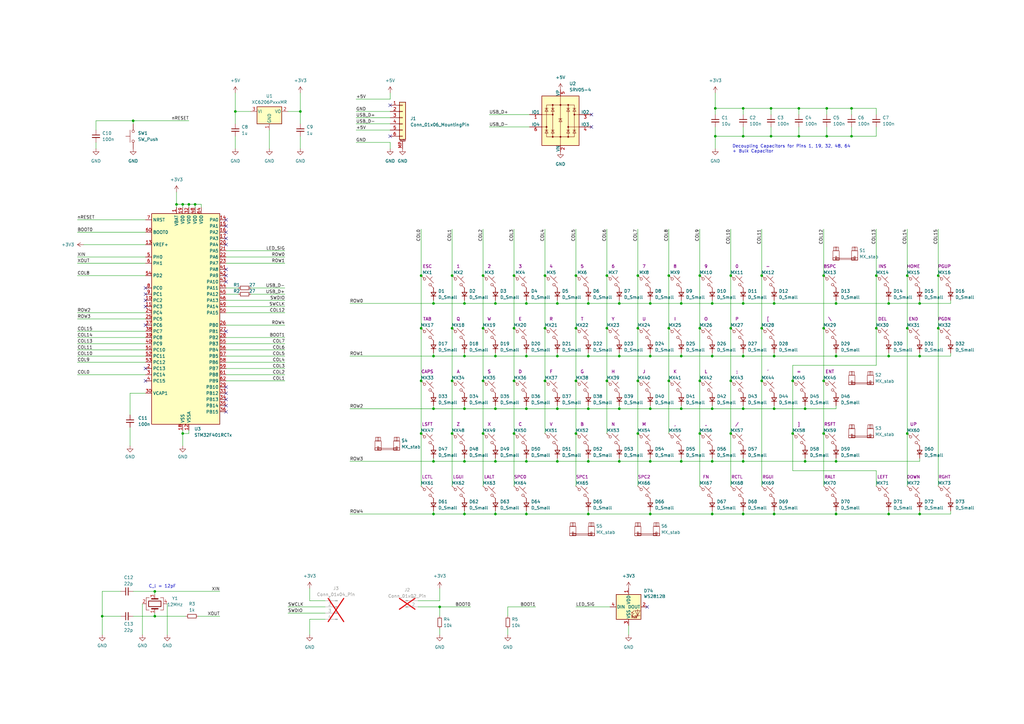
<source format=kicad_sch>
(kicad_sch (version 20231120) (generator "eeschema") (generator_version "8.0")
  (paper "A3")
  (junction (at 330.2 189.23))
  (junction (at 241.3 167.64))
  (junction (at 190.5 210.82))
  (junction (at 180.34 248.92))
  (junction (at 304.8 124.46))
  (junction (at 185.42 156.21))
  (junction (at 337.82 134.62))
  (junction (at 372.11 177.8))
  (junction (at 339.09 44.45))
  (junction (at 292.1 167.64))
  (junction (at 185.42 134.62))
  (junction (at 342.9 189.23))
  (junction (at 63.5 252.73))
  (junction (at 177.8 210.82))
  (junction (at 215.9 189.23))
  (junction (at 72.39 83.82))
  (junction (at 364.49 210.82))
  (junction (at 248.92 134.62))
  (junction (at 299.72 177.8))
  (junction (at 54.61 49.53))
  (junction (at 172.72 113.03))
  (junction (at 299.72 113.03))
  (junction (at 190.5 189.23))
  (junction (at 316.23 55.88))
  (junction (at 190.5 146.05))
  (junction (at 215.9 124.46))
  (junction (at 236.22 156.21))
  (junction (at 316.23 44.45))
  (junction (at 172.72 156.21))
  (junction (at 228.6 146.05))
  (junction (at 203.2 167.64))
  (junction (at 236.22 134.62))
  (junction (at 198.12 113.03))
  (junction (at 241.3 210.82))
  (junction (at 236.22 113.03))
  (junction (at 223.52 156.21))
  (junction (at 293.37 55.88))
  (junction (at 185.42 177.8))
  (junction (at 377.19 146.05))
  (junction (at 210.82 177.8))
  (junction (at 236.22 177.8))
  (junction (at 254 189.23))
  (junction (at 279.4 189.23))
  (junction (at 304.8 189.23))
  (junction (at 299.72 134.62))
  (junction (at 241.3 146.05))
  (junction (at 266.7 189.23))
  (junction (at 228.6 167.64))
  (junction (at 177.8 124.46))
  (junction (at 304.8 167.64))
  (junction (at 274.32 113.03))
  (junction (at 304.8 210.82))
  (junction (at 254 124.46))
  (junction (at 123.19 45.72))
  (junction (at 41.91 252.73))
  (junction (at 327.66 55.88))
  (junction (at 279.4 167.64))
  (junction (at 325.12 177.8))
  (junction (at 215.9 146.05))
  (junction (at 317.5 124.46))
  (junction (at 304.8 146.05))
  (junction (at 377.19 210.82))
  (junction (at 254 167.64))
  (junction (at 349.25 55.88))
  (junction (at 198.12 177.8))
  (junction (at 172.72 177.8))
  (junction (at 359.41 113.03))
  (junction (at 74.93 177.8))
  (junction (at 190.5 167.64))
  (junction (at 364.49 146.05))
  (junction (at 292.1 124.46))
  (junction (at 77.47 83.82))
  (junction (at 96.52 45.72))
  (junction (at 377.19 124.46))
  (junction (at 254 146.05))
  (junction (at 266.7 167.64))
  (junction (at 261.62 156.21))
  (junction (at 261.62 177.8))
  (junction (at 292.1 189.23))
  (junction (at 223.52 134.62))
  (junction (at 241.3 124.46))
  (junction (at 80.01 83.82))
  (junction (at 266.7 210.82))
  (junction (at 210.82 113.03))
  (junction (at 364.49 124.46))
  (junction (at 261.62 134.62))
  (junction (at 279.4 124.46))
  (junction (at 317.5 210.82))
  (junction (at 210.82 156.21))
  (junction (at 74.93 83.82))
  (junction (at 228.6 124.46))
  (junction (at 185.42 113.03))
  (junction (at 384.81 134.62))
  (junction (at 223.52 113.03))
  (junction (at 228.6 189.23))
  (junction (at 342.9 210.82))
  (junction (at 292.1 210.82))
  (junction (at 337.82 177.8))
  (junction (at 261.62 113.03))
  (junction (at 339.09 55.88))
  (junction (at 342.9 124.46))
  (junction (at 172.72 134.62))
  (junction (at 330.2 167.64))
  (junction (at 203.2 189.23))
  (junction (at 384.81 113.03))
  (junction (at 359.41 134.62))
  (junction (at 203.2 124.46))
  (junction (at 287.02 177.8))
  (junction (at 241.3 189.23))
  (junction (at 274.32 134.62))
  (junction (at 325.12 156.21))
  (junction (at 317.5 146.05))
  (junction (at 327.66 44.45))
  (junction (at 177.8 167.64))
  (junction (at 177.8 146.05))
  (junction (at 248.92 156.21))
  (junction (at 287.02 113.03))
  (junction (at 372.11 113.03))
  (junction (at 279.4 146.05))
  (junction (at 312.42 113.03))
  (junction (at 293.37 44.45))
  (junction (at 372.11 134.62))
  (junction (at 337.82 113.03))
  (junction (at 203.2 210.82))
  (junction (at 203.2 146.05))
  (junction (at 312.42 134.62))
  (junction (at 337.82 156.21))
  (junction (at 274.32 156.21))
  (junction (at 304.8 55.88))
  (junction (at 342.9 146.05))
  (junction (at 210.82 134.62))
  (junction (at 266.7 146.05))
  (junction (at 287.02 134.62))
  (junction (at 287.02 156.21))
  (junction (at 299.72 156.21))
  (junction (at 292.1 146.05))
  (junction (at 215.9 210.82))
  (junction (at 215.9 167.64))
  (junction (at 190.5 124.46))
  (junction (at 248.92 113.03))
  (junction (at 198.12 134.62))
  (junction (at 317.5 167.64))
  (junction (at 304.8 44.45))
  (junction (at 177.8 189.23))
  (junction (at 266.7 124.46))
  (junction (at 349.25 44.45))
  (junction (at 63.5 242.57))
  (junction (at 198.12 156.21))
  (junction (at 312.42 156.21))
  (no_connect (at 92.71 97.79))
  (no_connect (at 242.57 46.99))
  (no_connect (at 92.71 92.71))
  (no_connect (at 160.02 43.18))
  (no_connect (at 265.43 248.92))
  (no_connect (at 92.71 166.37))
  (no_connect (at 92.71 95.25))
  (no_connect (at 92.71 168.91))
  (no_connect (at 92.71 115.57))
  (no_connect (at 92.71 113.03))
  (no_connect (at 92.71 161.29))
  (no_connect (at 92.71 110.49))
  (no_connect (at 160.02 55.88))
  (no_connect (at 59.69 120.65))
  (no_connect (at 59.69 118.11))
  (no_connect (at 59.69 151.13))
  (no_connect (at 59.69 125.73))
  (no_connect (at 59.69 123.19))
  (no_connect (at 92.71 90.17))
  (no_connect (at 59.69 156.21))
  (no_connect (at 59.69 133.35))
  (no_connect (at 92.71 135.89))
  (no_connect (at 92.71 100.33))
  (no_connect (at 242.57 52.07))
  (no_connect (at 92.71 163.83))
  (no_connect (at 92.71 158.75))
  (wire (pts (xy 287.02 134.62) (xy 287.02 156.21)))
  (wire (pts (xy 215.9 210.82) (xy 241.3 210.82)))
  (wire (pts (xy 146.05 45.72) (xy 160.02 45.72)))
  (wire (pts (xy 292.1 189.23) (xy 304.8 189.23)))
  (wire (pts (xy 359.41 93.98) (xy 359.41 113.03)))
  (wire (pts (xy 185.42 177.8) (xy 185.42 199.39)))
  (wire (pts (xy 92.71 118.11) (xy 97.79 118.11)))
  (wire (pts (xy 261.62 177.8) (xy 261.62 199.39)))
  (wire (pts (xy 31.75 95.25) (xy 59.69 95.25)))
  (wire (pts (xy 228.6 124.46) (xy 241.3 124.46)))
  (wire (pts (xy 377.19 144.78) (xy 377.19 146.05)))
  (wire (pts (xy 177.8 146.05) (xy 190.5 146.05)))
  (wire (pts (xy 325.12 177.8) (xy 325.12 193.04)))
  (wire (pts (xy 172.72 134.62) (xy 172.72 156.21)))
  (wire (pts (xy 177.8 124.46) (xy 190.5 124.46)))
  (wire (pts (xy 177.8 124.46) (xy 177.8 123.19)))
  (wire (pts (xy 337.82 156.21) (xy 337.82 177.8)))
  (wire (pts (xy 143.51 189.23) (xy 177.8 189.23)))
  (wire (pts (xy 316.23 44.45) (xy 316.23 46.99)))
  (wire (pts (xy 316.23 44.45) (xy 327.66 44.45)))
  (wire (pts (xy 92.71 125.73) (xy 116.84 125.73)))
  (wire (pts (xy 74.93 177.8) (xy 77.47 177.8)))
  (wire (pts (xy 325.12 193.04) (xy 359.41 193.04)))
  (wire (pts (xy 316.23 55.88) (xy 327.66 55.88)))
  (wire (pts (xy 293.37 52.07) (xy 293.37 55.88)))
  (wire (pts (xy 118.11 251.46) (xy 133.35 251.46)))
  (wire (pts (xy 92.71 156.21) (xy 116.84 156.21)))
  (wire (pts (xy 261.62 156.21) (xy 261.62 177.8)))
  (wire (pts (xy 210.82 93.98) (xy 210.82 113.03)))
  (wire (pts (xy 337.82 177.8) (xy 337.82 199.39)))
  (wire (pts (xy 185.42 113.03) (xy 185.42 134.62)))
  (wire (pts (xy 236.22 156.21) (xy 236.22 177.8)))
  (wire (pts (xy 304.8 44.45) (xy 316.23 44.45)))
  (wire (pts (xy 316.23 55.88) (xy 316.23 52.07)))
  (wire (pts (xy 180.34 246.38) (xy 171.45 246.38)))
  (wire (pts (xy 372.11 177.8) (xy 372.11 199.39)))
  (wire (pts (xy 77.47 85.09) (xy 77.47 83.82)))
  (wire (pts (xy 292.1 124.46) (xy 304.8 124.46)))
  (wire (pts (xy 215.9 123.19) (xy 215.9 124.46)))
  (wire (pts (xy 287.02 113.03) (xy 287.02 134.62)))
  (wire (pts (xy 177.8 167.64) (xy 177.8 166.37)))
  (wire (pts (xy 377.19 124.46) (xy 389.89 124.46)))
  (wire (pts (xy 172.72 93.98) (xy 172.72 113.03)))
  (wire (pts (xy 177.8 210.82) (xy 177.8 209.55)))
  (wire (pts (xy 143.51 146.05) (xy 177.8 146.05)))
  (wire (pts (xy 31.75 146.05) (xy 59.69 146.05)))
  (wire (pts (xy 241.3 144.78) (xy 241.3 146.05)))
  (wire (pts (xy 342.9 189.23) (xy 342.9 187.96)))
  (wire (pts (xy 241.3 167.64) (xy 241.3 166.37)))
  (wire (pts (xy 342.9 210.82) (xy 342.9 209.55)))
  (wire (pts (xy 223.52 134.62) (xy 223.52 156.21)))
  (wire (pts (xy 337.82 134.62) (xy 337.82 156.21)))
  (wire (pts (xy 292.1 167.64) (xy 304.8 167.64)))
  (wire (pts (xy 279.4 124.46) (xy 292.1 124.46)))
  (wire (pts (xy 377.19 146.05) (xy 389.89 146.05)))
  (wire (pts (xy 261.62 113.03) (xy 261.62 134.62)))
  (wire (pts (xy 96.52 38.1) (xy 96.52 45.72)))
  (wire (pts (xy 304.8 144.78) (xy 304.8 146.05)))
  (wire (pts (xy 389.89 124.46) (xy 389.89 123.19)))
  (wire (pts (xy 359.41 149.86) (xy 325.12 149.86)))
  (wire (pts (xy 215.9 144.78) (xy 215.9 146.05)))
  (wire (pts (xy 304.8 55.88) (xy 304.8 52.07)))
  (wire (pts (xy 72.39 83.82) (xy 72.39 85.09)))
  (wire (pts (xy 208.28 248.92) (xy 208.28 252.73)))
  (wire (pts (xy 92.71 107.95) (xy 116.84 107.95)))
  (wire (pts (xy 372.11 93.98) (xy 372.11 113.03)))
  (wire (pts (xy 339.09 55.88) (xy 327.66 55.88)))
  (wire (pts (xy 236.22 248.92) (xy 250.19 248.92)))
  (wire (pts (xy 349.25 44.45) (xy 349.25 46.99)))
  (wire (pts (xy 41.91 242.57) (xy 41.91 252.73)))
  (wire (pts (xy 92.71 102.87) (xy 116.84 102.87)))
  (wire (pts (xy 200.66 46.99) (xy 217.17 46.99)))
  (wire (pts (xy 304.8 210.82) (xy 317.5 210.82)))
  (wire (pts (xy 31.75 138.43) (xy 59.69 138.43)))
  (wire (pts (xy 146.05 50.8) (xy 160.02 50.8)))
  (wire (pts (xy 123.19 45.72) (xy 123.19 50.8)))
  (wire (pts (xy 312.42 156.21) (xy 312.42 199.39)))
  (wire (pts (xy 377.19 210.82) (xy 389.89 210.82)))
  (wire (pts (xy 123.19 38.1) (xy 123.19 45.72)))
  (wire (pts (xy 92.71 146.05) (xy 116.84 146.05)))
  (wire (pts (xy 304.8 167.64) (xy 304.8 166.37)))
  (wire (pts (xy 203.2 210.82) (xy 203.2 209.55)))
  (wire (pts (xy 53.34 170.18) (xy 53.34 161.29)))
  (wire (pts (xy 359.41 134.62) (xy 359.41 149.86)))
  (wire (pts (xy 92.71 138.43) (xy 116.84 138.43)))
  (wire (pts (xy 31.75 130.81) (xy 59.69 130.81)))
  (wire (pts (xy 236.22 93.98) (xy 236.22 113.03)))
  (wire (pts (xy 143.51 167.64) (xy 177.8 167.64)))
  (wire (pts (xy 274.32 113.03) (xy 274.32 134.62)))
  (wire (pts (xy 312.42 113.03) (xy 312.42 134.62)))
  (wire (pts (xy 172.72 113.03) (xy 172.72 134.62)))
  (wire (pts (xy 257.81 256.54) (xy 257.81 260.35)))
  (wire (pts (xy 146.05 40.64) (xy 160.02 40.64)))
  (wire (pts (xy 39.37 58.42) (xy 39.37 60.96)))
  (wire (pts (xy 304.8 189.23) (xy 330.2 189.23)))
  (wire (pts (xy 72.39 78.74) (xy 72.39 83.82)))
  (wire (pts (xy 279.4 123.19) (xy 279.4 124.46)))
  (wire (pts (xy 304.8 124.46) (xy 317.5 124.46)))
  (wire (pts (xy 39.37 49.53) (xy 54.61 49.53)))
  (wire (pts (xy 292.1 167.64) (xy 292.1 166.37)))
  (wire (pts (xy 31.75 113.03) (xy 59.69 113.03)))
  (wire (pts (xy 54.61 49.53) (xy 54.61 50.8)))
  (wire (pts (xy 304.8 123.19) (xy 304.8 124.46)))
  (wire (pts (xy 293.37 55.88) (xy 304.8 55.88)))
  (wire (pts (xy 339.09 52.07) (xy 339.09 55.88)))
  (wire (pts (xy 210.82 113.03) (xy 210.82 134.62)))
  (wire (pts (xy 127 246.38) (xy 133.35 246.38)))
  (wire (pts (xy 287.02 177.8) (xy 287.02 199.39)))
  (wire (pts (xy 364.49 210.82) (xy 364.49 209.55)))
  (wire (pts (xy 292.1 123.19) (xy 292.1 124.46)))
  (wire (pts (xy 330.2 167.64) (xy 342.9 167.64)))
  (wire (pts (xy 228.6 189.23) (xy 228.6 187.96)))
  (wire (pts (xy 92.71 140.97) (xy 116.84 140.97)))
  (wire (pts (xy 53.34 175.26) (xy 53.34 182.88)))
  (wire (pts (xy 287.02 156.21) (xy 287.02 177.8)))
  (wire (pts (xy 349.25 55.88) (xy 339.09 55.88)))
  (wire (pts (xy 63.5 252.73) (xy 63.5 251.46)))
  (wire (pts (xy 31.75 105.41) (xy 59.69 105.41)))
  (wire (pts (xy 190.5 189.23) (xy 203.2 189.23)))
  (wire (pts (xy 177.8 167.64) (xy 190.5 167.64)))
  (wire (pts (xy 364.49 124.46) (xy 377.19 124.46)))
  (wire (pts (xy 266.7 210.82) (xy 266.7 209.55)))
  (wire (pts (xy 266.7 189.23) (xy 279.4 189.23)))
  (wire (pts (xy 241.3 210.82) (xy 241.3 209.55)))
  (wire (pts (xy 266.7 210.82) (xy 292.1 210.82)))
  (wire (pts (xy 248.92 93.98) (xy 248.92 113.03)))
  (wire (pts (xy 82.55 83.82) (xy 80.01 83.82)))
  (wire (pts (xy 31.75 140.97) (xy 59.69 140.97)))
  (wire (pts (xy 359.41 44.45) (xy 349.25 44.45)))
  (wire (pts (xy 304.8 44.45) (xy 304.8 46.99)))
  (wire (pts (xy 384.81 93.98) (xy 384.81 113.03)))
  (wire (pts (xy 31.75 107.95) (xy 59.69 107.95)))
  (wire (pts (xy 63.5 242.57) (xy 54.61 242.57)))
  (wire (pts (xy 317.5 210.82) (xy 342.9 210.82)))
  (wire (pts (xy 364.49 144.78) (xy 364.49 146.05)))
  (wire (pts (xy 172.72 177.8) (xy 172.72 199.39)))
  (wire (pts (xy 177.8 189.23) (xy 190.5 189.23)))
  (wire (pts (xy 293.37 44.45) (xy 293.37 46.99)))
  (wire (pts (xy 241.3 146.05) (xy 254 146.05)))
  (wire (pts (xy 274.32 134.62) (xy 274.32 156.21)))
  (wire (pts (xy 299.72 93.98) (xy 299.72 113.03)))
  (wire (pts (xy 266.7 167.64) (xy 279.4 167.64)))
  (wire (pts (xy 59.69 100.33) (xy 34.29 100.33)))
  (wire (pts (xy 228.6 167.64) (xy 241.3 167.64)))
  (wire (pts (xy 261.62 134.62) (xy 261.62 156.21)))
  (wire (pts (xy 180.34 248.92) (xy 180.34 252.73)))
  (wire (pts (xy 74.93 177.8) (xy 74.93 182.88)))
  (wire (pts (xy 143.51 124.46) (xy 177.8 124.46)))
  (wire (pts (xy 228.6 189.23) (xy 241.3 189.23)))
  (wire (pts (xy 266.7 167.64) (xy 266.7 166.37)))
  (wire (pts (xy 293.37 44.45) (xy 304.8 44.45)))
  (wire (pts (xy 127 254) (xy 127 260.35)))
  (wire (pts (xy 317.5 167.64) (xy 317.5 166.37)))
  (wire (pts (xy 177.8 210.82) (xy 190.5 210.82)))
  (wire (pts (xy 279.4 189.23) (xy 292.1 189.23)))
  (wire (pts (xy 299.72 156.21) (xy 299.72 177.8)))
  (wire (pts (xy 279.4 189.23) (xy 279.4 187.96)))
  (wire (pts (xy 63.5 242.57) (xy 90.17 242.57)))
  (wire (pts (xy 219.71 248.92) (xy 208.28 248.92)))
  (wire (pts (xy 389.89 146.05) (xy 389.89 144.78)))
  (wire (pts (xy 127 254) (xy 133.35 254)))
  (wire (pts (xy 292.1 146.05) (xy 304.8 146.05)))
  (wire (pts (xy 241.3 210.82) (xy 266.7 210.82)))
  (wire (pts (xy 215.9 124.46) (xy 228.6 124.46)))
  (wire (pts (xy 241.3 189.23) (xy 241.3 187.96)))
  (wire (pts (xy 198.12 134.62) (xy 198.12 156.21)))
  (wire (pts (xy 190.5 167.64) (xy 203.2 167.64)))
  (wire (pts (xy 317.5 146.05) (xy 342.9 146.05)))
  (wire (pts (xy 266.7 146.05) (xy 279.4 146.05)))
  (wire (pts (xy 215.9 210.82) (xy 215.9 209.55)))
  (wire (pts (xy 317.5 123.19) (xy 317.5 124.46)))
  (wire (pts (xy 339.09 44.45) (xy 339.09 46.99)))
  (wire (pts (xy 337.82 113.03) (xy 337.82 134.62)))
  (wire (pts (xy 190.5 146.05) (xy 203.2 146.05)))
  (wire (pts (xy 317.5 167.64) (xy 330.2 167.64)))
  (wire (pts (xy 92.71 123.19) (xy 116.84 123.19)))
  (wire (pts (xy 190.5 123.19) (xy 190.5 124.46)))
  (wire (pts (xy 203.2 189.23) (xy 215.9 189.23)))
  (wire (pts (xy 266.7 124.46) (xy 279.4 124.46)))
  (wire (pts (xy 92.71 133.35) (xy 116.84 133.35)))
  (wire (pts (xy 92.71 151.13) (xy 116.84 151.13)))
  (wire (pts (xy 254 124.46) (xy 266.7 124.46)))
  (wire (pts (xy 228.6 144.78) (xy 228.6 146.05)))
  (wire (pts (xy 31.75 135.89) (xy 59.69 135.89)))
  (wire (pts (xy 266.7 123.19) (xy 266.7 124.46)))
  (wire (pts (xy 96.52 45.72) (xy 96.52 50.8)))
  (wire (pts (xy 349.25 52.07) (xy 349.25 55.88)))
  (wire (pts (xy 304.8 189.23) (xy 304.8 187.96)))
  (wire (pts (xy 31.75 90.17) (xy 59.69 90.17)))
  (wire (pts (xy 261.62 93.98) (xy 261.62 113.03)))
  (wire (pts (xy 31.75 153.67) (xy 59.69 153.67)))
  (wire (pts (xy 116.84 118.11) (xy 102.87 118.11)))
  (wire (pts (xy 49.53 242.57) (xy 41.91 242.57)))
  (wire (pts (xy 92.71 105.41) (xy 116.84 105.41)))
  (wire (pts (xy 359.41 55.88) (xy 349.25 55.88)))
  (wire (pts (xy 118.11 248.92) (xy 133.35 248.92)))
  (wire (pts (xy 241.3 124.46) (xy 254 124.46)))
  (wire (pts (xy 160.02 58.42) (xy 160.02 60.96)))
  (wire (pts (xy 223.52 93.98) (xy 223.52 113.03)))
  (wire (pts (xy 215.9 146.05) (xy 228.6 146.05)))
  (wire (pts (xy 92.71 128.27) (xy 116.84 128.27)))
  (wire (pts (xy 292.1 210.82) (xy 304.8 210.82)))
  (wire (pts (xy 210.82 134.62) (xy 210.82 156.21)))
  (wire (pts (xy 198.12 156.21) (xy 198.12 177.8)))
  (wire (pts (xy 266.7 144.78) (xy 266.7 146.05)))
  (wire (pts (xy 203.2 189.23) (xy 203.2 187.96)))
  (wire (pts (xy 180.34 248.92) (xy 193.04 248.92)))
  (wire (pts (xy 190.5 189.23) (xy 190.5 187.96)))
  (wire (pts (xy 317.5 144.78) (xy 317.5 146.05)))
  (wire (pts (xy 248.92 134.62) (xy 248.92 156.21)))
  (wire (pts (xy 377.19 123.19) (xy 377.19 124.46)))
  (wire (pts (xy 74.93 85.09) (xy 74.93 83.82)))
  (wire (pts (xy 364.49 210.82) (xy 377.19 210.82)))
  (wire (pts (xy 299.72 134.62) (xy 299.72 156.21)))
  (wire (pts (xy 359.41 52.07) (xy 359.41 55.88)))
  (wire (pts (xy 248.92 156.21) (xy 248.92 177.8)))
  (wire (pts (xy 172.72 156.21) (xy 172.72 177.8)))
  (wire (pts (xy 304.8 55.88) (xy 316.23 55.88)))
  (wire (pts (xy 304.8 167.64) (xy 317.5 167.64)))
  (wire (pts (xy 54.61 49.53) (xy 77.47 49.53)))
  (wire (pts (xy 215.9 189.23) (xy 215.9 187.96)))
  (wire (pts (xy 236.22 177.8) (xy 236.22 199.39)))
  (wire (pts (xy 68.58 247.65) (xy 68.58 260.35)))
  (wire (pts (xy 254 167.64) (xy 254 166.37)))
  (wire (pts (xy 203.2 167.64) (xy 203.2 166.37)))
  (wire (pts (xy 203.2 210.82) (xy 215.9 210.82)))
  (wire (pts (xy 317.5 124.46) (xy 342.9 124.46)))
  (wire (pts (xy 190.5 167.64) (xy 190.5 166.37)))
  (wire (pts (xy 317.5 210.82) (xy 317.5 209.55)))
  (wire (pts (xy 254 189.23) (xy 254 187.96)))
  (wire (pts (xy 342.9 189.23) (xy 377.19 189.23)))
  (wire (pts (xy 342.9 210.82) (xy 364.49 210.82)))
  (wire (pts (xy 31.75 128.27) (xy 59.69 128.27)))
  (wire (pts (xy 146.05 58.42) (xy 160.02 58.42)))
  (wire (pts (xy 384.81 134.62) (xy 384.81 199.39)))
  (wire (pts (xy 342.9 167.64) (xy 342.9 166.37)))
  (wire (pts (xy 254 167.64) (xy 266.7 167.64)))
  (wire (pts (xy 74.93 83.82) (xy 72.39 83.82)))
  (wire (pts (xy 41.91 252.73) (xy 41.91 260.35)))
  (wire (pts (xy 330.2 189.23) (xy 342.9 189.23)))
  (wire (pts (xy 116.84 120.65) (xy 102.87 120.65)))
  (wire (pts (xy 342.9 123.19) (xy 342.9 124.46)))
  (wire (pts (xy 215.9 189.23) (xy 228.6 189.23)))
  (wire (pts (xy 190.5 124.46) (xy 203.2 124.46)))
  (wire (pts (xy 185.42 134.62) (xy 185.42 156.21)))
  (wire (pts (xy 160.02 40.64) (xy 160.02 38.1)))
  (wire (pts (xy 254 144.78) (xy 254 146.05)))
  (wire (pts (xy 92.71 148.59) (xy 116.84 148.59)))
  (wire (pts (xy 92.71 120.65) (xy 97.79 120.65)))
  (wire (pts (xy 279.4 146.05) (xy 292.1 146.05)))
  (wire (pts (xy 210.82 156.21) (xy 210.82 177.8)))
  (wire (pts (xy 292.1 210.82) (xy 292.1 209.55)))
  (wire (pts (xy 359.41 193.04) (xy 359.41 199.39)))
  (wire (pts (xy 177.8 144.78) (xy 177.8 146.05)))
  (wire (pts (xy 299.72 113.03) (xy 299.72 134.62)))
  (wire (pts (xy 92.71 143.51) (xy 116.84 143.51)))
  (wire (pts (xy 198.12 177.8) (xy 198.12 199.39)))
  (wire (pts (xy 312.42 93.98) (xy 312.42 113.03)))
  (wire (pts (xy 248.92 113.03) (xy 248.92 134.62)))
  (wire (pts (xy 359.41 113.03) (xy 359.41 134.62)))
  (wire (pts (xy 377.19 189.23) (xy 377.19 187.96)))
  (wire (pts (xy 63.5 252.73) (xy 76.2 252.73)))
  (wire (pts (xy 123.19 45.72) (xy 118.11 45.72)))
  (wire (pts (xy 80.01 85.09) (xy 80.01 83.82)))
  (wire (pts (xy 190.5 210.82) (xy 190.5 209.55)))
  (wire (pts (xy 96.52 55.88) (xy 96.52 60.96)))
  (wire (pts (xy 279.4 144.78) (xy 279.4 146.05)))
  (wire (pts (xy 327.66 44.45) (xy 327.66 46.99)))
  (wire (pts (xy 266.7 189.23) (xy 266.7 187.96)))
  (wire (pts (xy 203.2 124.46) (xy 215.9 124.46)))
  (wire (pts (xy 203.2 123.19) (xy 203.2 124.46)))
  (wire (pts (xy 293.37 55.88) (xy 293.37 60.96)))
  (wire (pts (xy 58.42 247.65) (xy 58.42 260.35)))
  (wire (pts (xy 215.9 167.64) (xy 215.9 166.37)))
  (wire (pts (xy 77.47 177.8) (xy 77.47 176.53)))
  (wire (pts (xy 299.72 177.8) (xy 299.72 199.39)))
  (wire (pts (xy 203.2 167.64) (xy 215.9 167.64)))
  (wire (pts (xy 274.32 93.98) (xy 274.32 113.03)))
  (wire (pts (xy 215.9 167.64) (xy 228.6 167.64)))
  (wire (pts (xy 180.34 248.92) (xy 171.45 248.92)))
  (wire (pts (xy 325.12 156.21) (xy 325.12 177.8)))
  (wire (pts (xy 180.34 241.3) (xy 180.34 246.38)))
  (wire (pts (xy 63.5 242.57) (xy 63.5 243.84)))
  (wire (pts (xy 384.81 113.03) (xy 384.81 134.62)))
  (wire (pts (xy 364.49 146.05) (xy 377.19 146.05)))
  (wire (pts (xy 146.05 53.34) (xy 160.02 53.34)))
  (wire (pts (xy 241.3 167.64) (xy 254 167.64)))
  (wire (pts (xy 92.71 153.67) (xy 116.84 153.67)))
  (wire (pts (xy 143.51 210.82) (xy 177.8 210.82)))
  (wire (pts (xy 77.47 83.82) (xy 74.93 83.82)))
  (wire (pts (xy 223.52 113.03) (xy 223.52 134.62)))
  (wire (pts (xy 342.9 124.46) (xy 364.49 124.46)))
  (wire (pts (xy 312.42 134.62) (xy 312.42 156.21)))
  (wire (pts (xy 254 146.05) (xy 266.7 146.05)))
  (wire (pts (xy 327.66 44.45) (xy 339.09 44.45)))
  (wire (pts (xy 254 189.23) (xy 266.7 189.23)))
  (wire (pts (xy 372.11 134.62) (xy 372.11 177.8)))
  (wire (pts (xy 274.32 156.21) (xy 274.32 177.8)))
  (wire (pts (xy 53.34 161.29) (xy 59.69 161.29)))
  (wire (pts (xy 254 123.19) (xy 254 124.46)))
  (wire (pts (xy 200.66 52.07) (xy 217.17 52.07)))
  (wire (pts (xy 292.1 144.78) (xy 292.1 146.05)))
  (wire (pts (xy 359.41 46.99) (xy 359.41 44.45)))
  (wire (pts (xy 279.4 167.64) (xy 292.1 167.64)))
  (wire (pts (xy 327.66 52.07) (xy 327.66 55.88)))
  (wire (pts (xy 54.61 252.73) (xy 63.5 252.73)))
  (wire (pts (xy 81.28 252.73) (xy 90.17 252.73)))
  (wire (pts (xy 31.75 143.51) (xy 59.69 143.51)))
  (wire (pts (xy 177.8 189.23) (xy 177.8 187.96)))
  (wire (pts (xy 228.6 167.64) (xy 228.6 166.37)))
  (wire (pts (xy 190.5 210.82) (xy 203.2 210.82)))
  (wire (pts (xy 364.49 123.19) (xy 364.49 124.46)))
  (wire (pts (xy 185.42 156.21) (xy 185.42 177.8)))
  (wire (pts (xy 236.22 113.03) (xy 236.22 134.62)))
  (wire (pts (xy 389.89 210.82) (xy 389.89 209.55)))
  (wire (pts (xy 198.12 113.03) (xy 198.12 134.62)))
  (wire (pts (xy 372.11 113.03) (xy 372.11 134.62)))
  (wire (pts (xy 74.93 177.8) (xy 74.93 176.53)))
  (wire (pts (xy 96.52 45.72) (xy 102.87 45.72)))
  (wire (pts (xy 49.53 252.73) (xy 41.91 252.73)))
  (wire (pts (xy 127 241.3) (xy 127 246.38)))
  (wire (pts (xy 241.3 189.23) (xy 254 189.23)))
  (wire (pts (xy 210.82 177.8) (xy 210.82 199.39)))
  (wire (pts (xy 236.22 134.62) (xy 236.22 156.21)))
  (wire (pts (xy 39.37 49.53) (xy 39.37 53.34)))
  (wire (pts (xy 123.19 55.88) (xy 123.19 60.96)))
  (wire (pts (xy 228.6 146.05) (xy 241.3 146.05)))
  (wire (pts (xy 82.55 85.09) (xy 82.55 83.82)))
  (wire (pts (xy 241.3 123.19) (xy 241.3 124.46)))
  (wire (pts (xy 185.42 93.98) (xy 185.42 113.03)))
  (wire (pts (xy 377.19 210.82) (xy 377.19 209.55)))
  (wire (pts (xy 287.02 93.98) (xy 287.02 113.03)))
  (wire (pts (xy 198.12 93.98) (xy 198.12 113.03)))
  (wire (pts (xy 180.34 257.81) (xy 180.34 260.35)))
  (wire (pts (xy 342.9 146.05) (xy 364.49 146.05)))
  (wire (pts (xy 330.2 166.37) (xy 330.2 167.64)))
  (wire (pts (xy 146.05 48.26) (xy 160.02 48.26)))
  (wire (pts (xy 325.12 149.86) (xy 325.12 156.21)))
  (wire (pts (xy 80.01 83.82) (xy 77.47 83.82)))
  (wire (pts (xy 203.2 146.05) (xy 215.9 146.05)))
  (wire (pts (xy 279.4 167.64) (xy 279.4 166.37)))
  (wire (pts (xy 208.28 257.81) (xy 208.28 260.35)))
  (wire (pts (xy 293.37 38.1) (xy 293.37 44.45)))
  (wire (pts (xy 110.49 60.96) (xy 110.49 53.34)))
  (wire (pts (xy 223.52 156.21) (xy 223.52 177.8)))
  (wire (pts (xy 337.82 93.98) (xy 337.82 113.03)))
  (wire (pts (xy 330.2 187.96) (xy 330.2 189.23)))
  (wire (pts (xy 304.8 146.05) (xy 317.5 146.05)))
  (wire (pts (xy 190.5 144.78) (xy 190.5 146.05)))
  (wire (pts (xy 31.75 148.59) (xy 59.69 148.59)))
  (wire (pts (xy 342.9 144.78) (xy 342.9 146.05)))
  (wire (pts (xy 228.6 123.19) (xy 228.6 124.46)))
  (wire (pts (xy 292.1 189.23) (xy 292.1 187.96)))
  (wire (pts (xy 304.8 210.82) (xy 304.8 209.55)))
  (wire (pts (xy 339.09 44.45) (xy 349.25 44.45)))
  (wire (pts (xy 203.2 144.78) (xy 203.2 146.05)))
  (text "Decoupling Capacitors for Pins 1, 19, 32, 48, 64\n+ Bulk Capacitor" (at 300.355 62.865 0) (effects (font (size 1.27 1.27)) (justify left bottom)))
  (text "C_l = 12pF" (at 60.96 241.3 0) (effects (font (size 1.27 1.27)) (justify left bottom)))
  (label "COL5" (at 236.22 93.98 270))
  (label "COL15" (at 31.75 135.89 0))
  (label "ROW0" (at 143.51 124.46 0))
  (label "ROW1" (at 116.84 107.95 180))
  (label "LED_SIG" (at 116.84 102.87 180))
  (label "COL0" (at 31.75 153.67 0))
  (label "SWDIO" (at 116.84 123.19 180))
  (label "COL8" (at 31.75 113.03 0))
  (label "COL12" (at 337.82 93.98 270))
  (label "COL4" (at 223.52 93.98 270))
  (label "COL3" (at 210.82 93.98 270))
  (label "XOUT" (at 31.75 107.95 0))
  (label "nRESET" (at 77.47 49.53 180))
  (label "ROW1" (at 143.51 146.05 0))
  (label "SWCLK" (at 118.11 248.92 0))
  (label "XIN" (at 90.17 242.57 180))
  (label "USB_D-" (at 200.66 52.07 0))
  (label "USB_D-" (at 116.84 118.11 180))
  (label "COL10" (at 299.72 93.98 270))
  (label "BOOT0" (at 31.75 95.25 0))
  (label "COL11" (at 31.75 143.51 0))
  (label "COL7" (at 116.84 140.97 180))
  (label "LED_SIG" (at 236.22 248.92 0))
  (label "COL14" (at 31.75 138.43 0))
  (label "COL6" (at 116.84 143.51 180))
  (label "ROW2" (at 31.75 128.27 0))
  (label "COL12" (at 116.84 128.27 180))
  (label "COL13" (at 31.75 140.97 0))
  (label "GND" (at 146.05 58.42 0))
  (label "XOUT" (at 90.17 252.73 180))
  (label "COL9" (at 31.75 148.59 0))
  (label "BOOT0" (at 193.04 248.92 180))
  (label "ROW3" (at 143.51 189.23 0))
  (label "COL3" (at 116.84 151.13 180))
  (label "COL1" (at 116.84 156.21 180))
  (label "COL13" (at 359.41 93.98 270))
  (label "USB_D+" (at 200.66 46.99 0))
  (label "USB_D+" (at 146.05 48.26 0))
  (label "GND" (at 146.05 45.72 0))
  (label "COL5" (at 116.84 146.05 180))
  (label "ROW3" (at 31.75 130.81 0))
  (label "COL8" (at 274.32 93.98 270))
  (label "COL7" (at 261.62 93.98 270))
  (label "COL1" (at 185.42 93.98 270))
  (label "+5V" (at 146.05 53.34 0))
  (label "COL2" (at 198.12 93.98 270))
  (label "+5V" (at 146.05 40.64 0))
  (label "BOOT1" (at 219.71 248.92 180))
  (label "ROW4" (at 116.84 133.35 180))
  (label "ROW2" (at 143.51 167.64 0))
  (label "USB_D-" (at 146.05 50.8 0))
  (label "BOOT1" (at 116.84 138.43 180))
  (label "XIN" (at 31.75 105.41 0))
  (label "COL14" (at 372.11 93.98 270))
  (label "nRESET" (at 31.75 90.17 0))
  (label "COL9" (at 287.02 93.98 270))
  (label "SWDIO" (at 118.11 251.46 0))
  (label "COL4" (at 116.84 148.59 180))
  (label "ROW0" (at 116.84 105.41 180))
  (label "COL15" (at 384.81 93.98 270))
  (label "COL0" (at 172.72 93.98 270))
  (label "COL6" (at 248.92 93.98 270))
  (label "COL2" (at 116.84 153.67 180))
  (label "COL10" (at 31.75 146.05 0))
  (label "SWCLK" (at 116.84 125.73 180))
  (label "USB_D+" (at 116.84 120.65 180))
  (label "COL11" (at 312.42 93.98 270))
  (label "ROW4" (at 143.51 210.82 0))
  (symbol (lib_id "Device:D_Small") (at 377.19 207.01 90) (unit 1)
    (property "Reference" "D72" (at 379.095 205.74 90) (effects (justify right)))
    (property "Value" "D_Small" (at 379.095 208.28 90) (effects (justify right)))
    (property "Footprint" "Diode_SMD:D_SOD-123" (effects (hide yes)))
    (property "Sim.Device" "D" (effects (hide yes)))
    (property "Sim.Pins" "1=K 2=A" (effects (hide yes)))
  )
  (symbol (lib_id "power:GND") (at 123.19 60.96 0) (unit 1)
    (property "Reference" "#PWR010" (effects (hide yes)))
    (property "Value" "GND" (at 123.19 66.04 0))
  )
  (symbol (lib_id "PCM_marbastlib-mx:MX_SW_HS") (at 289.56 137.16 0) (unit 1)
    (property "Reference" "MX26" (at 289.56 133.35 0))
    (property "Value" "MX_SW_HS" (effects (hide yes)))
    (property "Footprint" "PCM_marbastlib-mx:SW_MX_HS_1u" (effects (hide yes)))
    (property "Key" "O" (at 289.56 130.81 0))
  )
  (symbol (lib_id "power:GND") (at 180.34 260.35 0) (unit 1)
    (property "Reference" "#PWR026" (effects (hide yes)))
    (property "Value" "GND" (at 180.34 265.43 0))
  )
  (symbol (lib_id "Device:D_Small") (at 377.19 142.24 90) (unit 1)
    (property "Reference" "D31" (at 379.095 140.97 90) (effects (justify right)))
    (property "Value" "D_Small" (at 379.095 143.51 90) (effects (justify right)))
    (property "Footprint" "Diode_SMD:D_SOD-123" (effects (hide yes)))
    (property "Sim.Device" "D" (effects (hide yes)))
    (property "Sim.Pins" "1=K 2=A" (effects (hide yes)))
  )
  (symbol (lib_id "PCM_marbastlib-mx:MX_SW_HS") (at 200.66 137.16 0) (unit 1)
    (property "Reference" "MX19" (at 200.66 133.35 0))
    (property "Value" "MX_SW_HS" (effects (hide yes)))
    (property "Footprint" "PCM_marbastlib-mx:SW_MX_HS_1u" (effects (hide yes)))
    (property "Key" "W" (at 200.66 130.81 0))
  )
  (symbol (lib_id "PCM_marbastlib-mx:MX_SW_HS") (at 200.66 158.75 0) (unit 1)
    (property "Reference" "MX35" (at 200.66 154.94 0))
    (property "Value" "MX_SW_HS" (effects (hide yes)))
    (property "Footprint" "PCM_marbastlib-mx:SW_MX_HS_1u" (effects (hide yes)))
    (property "Key" "S" (at 200.66 152.4 0))
  )
  (symbol (lib_id "Device:D_Small") (at 279.4 185.42 90) (unit 1)
    (property "Reference" "D55" (at 281.305 184.15 90) (effects (justify right)))
    (property "Value" "D_Small" (at 281.305 186.69 90) (effects (justify right)))
    (property "Footprint" "Diode_SMD:D_SOD-123" (effects (hide yes)))
    (property "Sim.Device" "D" (effects (hide yes)))
    (property "Sim.Pins" "1=K 2=A" (effects (hide yes)))
  )
  (symbol (lib_id "power:GND") (at 58.42 260.35 0) (unit 1)
    (property "Reference" "#PWR023" (effects (hide yes)))
    (property "Value" "GND" (at 58.42 264.795 0))
  )
  (symbol (lib_id "Device:D_Small") (at 389.89 120.65 90) (unit 1)
    (property "Reference" "D16" (at 391.795 119.38 90) (effects (justify right)))
    (property "Value" "D_Small" (at 391.795 121.92 90) (effects (justify right)))
    (property "Footprint" "Diode_SMD:D_SOD-123" (effects (hide yes)))
    (property "Sim.Device" "D" (effects (hide yes)))
    (property "Sim.Pins" "1=K 2=A" (effects (hide yes)))
  )
  (symbol (lib_id "PCM_marbastlib-mx:MX_SW_HS") (at 314.96 201.93 0) (unit 1)
    (property "Reference" "MX69" (at 314.96 198.12 0))
    (property "Value" "MX_SW_HS" (effects (hide yes)))
    (property "Footprint" "PCM_marbastlib-mx:SW_MX_HS_1.25u" (effects (hide yes)))
    (property "Key" "RGUI" (at 314.96 195.58 0))
  )
  (symbol (lib_id "PCM_marbastlib-mx:MX_SW_HS") (at 187.96 180.34 0) (unit 1)
    (property "Reference" "MX48" (at 187.96 176.53 0))
    (property "Value" "MX_SW_HS" (effects (hide yes)))
    (property "Footprint" "PCM_marbastlib-mx:SW_MX_HS_1u" (effects (hide yes)))
    (property "Key" "Z" (at 187.96 173.99 0))
  )
  (symbol (lib_id "Device:D_Small") (at 203.2 163.83 90) (unit 1)
    (property "Reference" "D35" (at 205.105 162.56 90) (effects (justify right)))
    (property "Value" "D_Small" (at 205.105 165.1 90) (effects (justify right)))
    (property "Footprint" "Diode_SMD:D_SOD-123" (effects (hide yes)))
    (property "Sim.Device" "D" (effects (hide yes)))
    (property "Sim.Pins" "1=K 2=A" (effects (hide yes)))
  )
  (symbol (lib_id "Device:D_Small") (at 292.1 142.24 90) (unit 1)
    (property "Reference" "D26" (at 294.005 140.97 90) (effects (justify right)))
    (property "Value" "D_Small" (at 294.005 143.51 90) (effects (justify right)))
    (property "Footprint" "Diode_SMD:D_SOD-123" (effects (hide yes)))
    (property "Sim.Device" "D" (effects (hide yes)))
    (property "Sim.Pins" "1=K 2=A" (effects (hide yes)))
  )
  (symbol (lib_id "Device:D_Small") (at 228.6 120.65 90) (unit 1)
    (property "Reference" "D5" (at 230.505 119.38 90) (effects (justify right)))
    (property "Value" "D_Small" (at 230.505 121.92 90) (effects (justify right)))
    (property "Footprint" "Diode_SMD:D_SOD-123" (effects (hide yes)))
    (property "Sim.Device" "D" (effects (hide yes)))
    (property "Sim.Pins" "1=K 2=A" (effects (hide yes)))
  )
  (symbol (lib_id "Device:D_Small") (at 241.3 163.83 90) (unit 1)
    (property "Reference" "D38" (at 243.205 162.56 90) (effects (justify right)))
    (property "Value" "D_Small" (at 243.205 165.1 90) (effects (justify right)))
    (property "Footprint" "Diode_SMD:D_SOD-123" (effects (hide yes)))
    (property "Sim.Device" "D" (effects (hide yes)))
    (property "Sim.Pins" "1=K 2=A" (effects (hide yes)))
  )
  (symbol (lib_id "Device:D_Small") (at 228.6 185.42 90) (unit 1)
    (property "Reference" "D51" (at 230.505 184.15 90) (effects (justify right)))
    (property "Value" "D_Small" (at 230.505 186.69 90) (effects (justify right)))
    (property "Footprint" "Diode_SMD:D_SOD-123" (effects (hide yes)))
    (property "Sim.Device" "D" (effects (hide yes)))
    (property "Sim.Pins" "1=K 2=A" (effects (hide yes)))
  )
  (symbol (lib_id "Switch:SW_Push") (at 54.61 55.88 90) (unit 1)
    (property "Reference" "SW1" (at 56.515 54.61 90) (effects (justify right)))
    (property "Value" "SW_Push" (at 56.515 57.15 90) (effects (justify right)))
    (property "Footprint" "Button_Switch_SMD:SW_SPST_TL3342" (effects (hide yes)))
  )
  (symbol (lib_id "PCM_marbastlib-mx:MX_SW_HS") (at 302.26 137.16 0) (unit 1)
    (property "Reference" "MX27" (at 302.26 133.35 0))
    (property "Value" "MX_SW_HS" (effects (hide yes)))
    (property "Footprint" "PCM_marbastlib-mx:SW_MX_HS_1u" (effects (hide yes)))
    (property "Key" "P" (at 302.26 130.81 0))
  )
  (symbol (lib_id "PCM_marbastlib-mx:MX_SW_HS") (at 238.76 201.93 0) (unit 1)
    (property "Reference" "MX65" (at 238.76 198.12 0))
    (property "Value" "MX_SW_HS" (effects (hide yes)))
    (property "Footprint" "PCM_marbastlib-mx:SW_MX_HS_1u" (effects (hide yes)))
    (property "Key" "SPC1" (at 238.76 195.58 0))
  )
  (symbol (lib_id "Device:D_Small") (at 377.19 185.42 90) (unit 1)
    (property "Reference" "D60" (at 379.095 184.15 90) (effects (justify right)))
    (property "Value" "D_Small" (at 379.095 186.69 90) (effects (justify right)))
    (property "Footprint" "Diode_SMD:D_SOD-123" (effects (hide yes)))
    (property "Sim.Device" "D" (effects (hide yes)))
    (property "Sim.Pins" "1=K 2=A" (effects (hide yes)))
  )
  (symbol (lib_id "Device:C_Small") (at 327.66 49.53 0) (unit 1)
    (property "Reference" "C4" (at 330.2 48.2663 0) (effects (justify left)))
    (property "Value" "100n" (at 330.2 50.8063 0) (effects (justify left)))
    (property "Footprint" "Capacitor_SMD:C_0603_1608Metric" (effects (hide yes)))
  )
  (symbol (lib_id "PCM_marbastlib-mx:MX_stab") (at 265.43 217.17 0) (unit 1)
    (property "Reference" "S6" (at 271.145 215.773 0) (effects (justify left)))
    (property "Value" "MX_stab" (at 271.145 218.313 0) (effects (justify left)))
    (property "Footprint" "PCM_marbastlib-mx:STAB_MX_P_2.25u" (effects (hide yes)))
  )
  (symbol (lib_id "Device:D_Small") (at 292.1 163.83 90) (unit 1)
    (property "Reference" "D42" (at 294.005 162.56 90) (effects (justify right)))
    (property "Value" "D_Small" (at 294.005 165.1 90) (effects (justify right)))
    (property "Footprint" "Diode_SMD:D_SOD-123" (effects (hide yes)))
    (property "Sim.Device" "D" (effects (hide yes)))
    (property "Sim.Pins" "1=K 2=A" (effects (hide yes)))
  )
  (symbol (lib_id "PCM_marbastlib-mx:MX_SW_HS") (at 387.35 201.93 0) (unit 1)
    (property "Reference" "MX73" (at 387.35 198.12 0))
    (property "Value" "MX_SW_HS" (effects (hide yes)))
    (property "Footprint" "PCM_marbastlib-mx:SW_MX_HS_1u" (effects (hide yes)))
    (property "Key" "RGHT" (at 387.35 195.58 0))
  )
  (symbol (lib_id "Device:D_Small") (at 241.3 142.24 90) (unit 1)
    (property "Reference" "D22" (at 243.205 140.97 90) (effects (justify right)))
    (property "Value" "D_Small" (at 243.205 143.51 90) (effects (justify right)))
    (property "Footprint" "Diode_SMD:D_SOD-123" (effects (hide yes)))
    (property "Sim.Device" "D" (effects (hide yes)))
    (property "Sim.Pins" "1=K 2=A" (effects (hide yes)))
  )
  (symbol (lib_id "PCM_marbastlib-mx:MX_SW_HS") (at 340.36 180.34 0) (unit 1)
    (property "Reference" "MX59" (at 340.36 176.53 0))
    (property "Value" "MX_SW_HS" (effects (hide yes)))
    (property "Footprint" "PCM_marbastlib-mx:SW_MX_HS_1u" (effects (hide yes)))
    (property "Key" "RSFT" (at 340.36 173.99 0))
  )
  (symbol (lib_id "Device:D_Small") (at 317.5 163.83 90) (unit 1)
    (property "Reference" "D44" (at 319.405 162.56 90) (effects (justify right)))
    (property "Value" "D_Small" (at 319.405 165.1 90) (effects (justify right)))
    (property "Footprint" "Diode_SMD:D_SOD-123" (effects (hide yes)))
    (property "Sim.Device" "D" (effects (hide yes)))
    (property "Sim.Pins" "1=K 2=A" (effects (hide yes)))
  )
  (symbol (lib_id "power:+3V3") (at 293.37 38.1 0) (unit 1)
    (property "Reference" "#PWR05" (effects (hide yes)))
    (property "Value" "+3V3" (at 293.37 33.02 0))
  )
  (symbol (lib_id "Device:C_Small") (at 39.37 55.88 0) (unit 1)
    (property "Reference" "C10" (at 41.91 54.6163 0) (effects (justify left)))
    (property "Value" "100n" (at 41.91 57.1563 0) (effects (justify left)))
    (property "Footprint" "Capacitor_SMD:C_0603_1608Metric" (effects (hide yes)))
  )
  (symbol (lib_id "PCM_marbastlib-mx:MX_SW_HS") (at 327.66 158.75 0) (unit 1)
    (property "Reference" "MX45" (at 327.66 154.94 0))
    (property "Value" "MX_SW_HS" (effects (hide yes)))
    (property "Footprint" "PCM_marbastlib-mx:SW_MX_HS_1u" (effects (hide yes)))
    (property "Key" "=" (at 327.66 152.4 0))
  )
  (symbol (lib_id "Device:D_Small") (at 364.49 120.65 90) (unit 1)
    (property "Reference" "D14" (at 366.395 119.38 90) (effects (justify right)))
    (property "Value" "D_Small" (at 366.395 121.92 90) (effects (justify right)))
    (property "Footprint" "Diode_SMD:D_SOD-123" (effects (hide yes)))
    (property "Sim.Device" "D" (effects (hide yes)))
    (property "Sim.Pins" "1=K 2=A" (effects (hide yes)))
  )
  (symbol (lib_id "PCM_marbastlib-mx:MX_stab") (at 353.187 177.038 0) (unit 1)
    (property "Reference" "S3" (at 358.902 175.641 0) (effects (justify left)))
    (property "Value" "MX_stab" (at 358.902 178.181 0) (effects (justify left)))
    (property "Footprint" "PCM_marbastlib-mx:STAB_MX_P_2.75u" (effects (hide yes)))
  )
  (symbol (lib_id "Device:R_Small") (at 100.33 118.11 270) (mirror x) (unit 1)
    (property "Reference" "R1" (at 98.425 116.84 90) (effects (justify right)))
    (property "Value" "27" (at 104.775 116.84 90) (effects (justify right)))
    (property "Footprint" "Resistor_SMD:R_0603_1608Metric" (effects (hide yes)))
  )
  (symbol (lib_id "power:+5V") (at 96.52 38.1 0) (unit 1)
    (property "Reference" "#PWR02" (effects (hide yes)))
    (property "Value" "+5V" (at 96.52 33.02 0))
  )
  (symbol (lib_id "Connector_Generic_MountingPin:Conn_01x06_MountingPin") (at 165.1 48.26 0) (unit 1)
    (property "Reference" "J1" (at 168.275 48.6156 0) (effects (justify left)))
    (property "Value" "Conn_01x06_MountingPin" (at 168.275 51.1556 0) (effects (justify left)))
    (property "Footprint" "Connector_JST:JST_SHL_SM06B-SHLS-TF_1x06-1MP_P1.00mm_Horizontal" (effects (hide yes)))
  )
  (symbol (lib_id "PCM_marbastlib-mx:MX_SW_HS") (at 213.36 158.75 0) (unit 1)
    (property "Reference" "MX36" (at 213.36 154.94 0))
    (property "Value" "MX_SW_HS" (effects (hide yes)))
    (property "Footprint" "PCM_marbastlib-mx:SW_MX_HS_1u" (effects (hide yes)))
    (property "Key" "D" (at 213.36 152.4 0))
  )
  (symbol (lib_id "PCM_marbastlib-mx:MX_SW_HS") (at 200.66 180.34 0) (unit 1)
    (property "Reference" "MX49" (at 200.66 176.53 0))
    (property "Value" "MX_SW_HS" (effects (hide yes)))
    (property "Footprint" "PCM_marbastlib-mx:SW_MX_HS_1u" (effects (hide yes)))
    (property "Key" "X" (at 200.66 173.99 0))
  )
  (symbol (lib_id "Device:D_Small") (at 241.3 120.65 90) (unit 1)
    (property "Reference" "D6" (at 243.205 119.38 90) (effects (justify right)))
    (property "Value" "D_Small" (at 243.205 121.92 90) (effects (justify right)))
    (property "Footprint" "Diode_SMD:D_SOD-123" (effects (hide yes)))
    (property "Sim.Device" "D" (effects (hide yes)))
    (property "Sim.Pins" "1=K 2=A" (effects (hide yes)))
  )
  (symbol (lib_id "Device:D_Small") (at 304.8 120.65 90) (unit 1)
    (property "Reference" "D11" (at 306.705 119.38 90) (effects (justify right)))
    (property "Value" "D_Small" (at 306.705 121.92 90) (effects (justify right)))
    (property "Footprint" "Diode_SMD:D_SOD-123" (effects (hide yes)))
    (property "Sim.Device" "D" (effects (hide yes)))
    (property "Sim.Pins" "1=K 2=A" (effects (hide yes)))
  )
  (symbol (lib_id "power:GND") (at 68.58 260.35 0) (unit 1)
    (property "Reference" "#PWR024" (effects (hide yes)))
    (property "Value" "GND" (at 68.58 264.795 0))
  )
  (symbol (lib_id "Device:D_Small") (at 364.49 142.24 90) (unit 1)
    (property "Reference" "D30" (at 366.395 140.97 90) (effects (justify right)))
    (property "Value" "D_Small" (at 366.395 143.51 90) (effects (justify right)))
    (property "Footprint" "Diode_SMD:D_SOD-123" (effects (hide yes)))
    (property "Sim.Device" "D" (effects (hide yes)))
    (property "Sim.Pins" "1=K 2=A" (effects (hide yes)))
  )
  (symbol (lib_id "PCM_marbastlib-mx:MX_SW_HS") (at 175.26 137.16 0) (unit 1)
    (property "Reference" "MX17" (at 175.26 133.35 0))
    (property "Value" "MX_SW_HS" (effects (hide yes)))
    (property "Footprint" "PCM_marbastlib-mx:SW_MX_HS_1.5u" (effects (hide yes)))
    (property "Key" "TAB" (at 175.26 130.81 0))
  )
  (symbol (lib_id "Device:D_Small") (at 203.2 120.65 90) (unit 1)
    (property "Reference" "D3" (at 205.105 119.38 90) (effects (justify right)))
    (property "Value" "D_Small" (at 205.105 121.92 90) (effects (justify right)))
    (property "Footprint" "Diode_SMD:D_SOD-123" (effects (hide yes)))
    (property "Sim.Device" "D" (effects (hide yes)))
    (property "Sim.Pins" "1=K 2=A" (effects (hide yes)))
  )
  (symbol (lib_id "PCM_marbastlib-mx:MX_SW_HS") (at 200.66 201.93 0) (unit 1)
    (property "Reference" "MX63" (at 200.66 198.12 0))
    (property "Value" "MX_SW_HS" (effects (hide yes)))
    (property "Footprint" "PCM_marbastlib-mx:SW_MX_HS_1.25u" (effects (hide yes)))
    (property "Key" "LALT" (at 200.66 195.58 0))
  )
  (symbol (lib_id "Device:R_Small") (at 180.34 255.27 180) (unit 1)
    (property "Reference" "R4" (at 181.864 254 0) (effects (justify right)))
    (property "Value" "10k" (at 181.864 256.54 0) (effects (justify right)))
    (property "Footprint" "Resistor_SMD:R_0603_1608Metric" (effects (hide yes)))
  )
  (symbol (lib_id "PCM_marbastlib-mx:MX_SW_HS") (at 175.26 115.57 0) (unit 1)
    (property "Reference" "MX1" (at 175.26 111.76 0))
    (property "Value" "MX_SW_HS" (effects (hide yes)))
    (property "Footprint" "PCM_marbastlib-mx:SW_MX_HS_1u" (effects (hide yes)))
    (property "Key" "ESC" (at 175.26 109.22 0))
  )
  (symbol (lib_id "Device:D_Small") (at 279.4 142.24 90) (unit 1)
    (property "Reference" "D25" (at 281.305 140.97 90) (effects (justify right)))
    (property "Value" "D_Small" (at 281.305 143.51 90) (effects (justify right)))
    (property "Footprint" "Diode_SMD:D_SOD-123" (effects (hide yes)))
    (property "Sim.Device" "D" (effects (hide yes)))
    (property "Sim.Pins" "1=K 2=A" (effects (hide yes)))
  )
  (symbol (lib_id "Device:D_Small") (at 190.5 120.65 90) (unit 1)
    (property "Reference" "D2" (at 192.405 119.38 90) (effects (justify right)))
    (property "Value" "D_Small" (at 192.405 121.92 90) (effects (justify right)))
    (property "Footprint" "Diode_SMD:D_SOD-123" (effects (hide yes)))
    (property "Sim.Device" "D" (effects (hide yes)))
    (property "Sim.Pins" "1=K 2=A" (effects (hide yes)))
  )
  (symbol (lib_id "power:+3V3") (at 257.81 241.3 0) (unit 1)
    (property "Reference" "#PWR021" (effects (hide yes)))
    (property "Value" "+3V3" (at 257.81 236.22 0))
  )
  (symbol (lib_id "Device:D_Small") (at 254 120.65 90) (unit 1)
    (property "Reference" "D7" (at 255.905 119.38 90) (effects (justify right)))
    (property "Value" "D_Small" (at 255.905 121.92 90) (effects (justify right)))
    (property "Footprint" "Diode_SMD:D_SOD-123" (effects (hide yes)))
    (property "Sim.Device" "D" (effects (hide yes)))
    (property "Sim.Pins" "1=K 2=A" (effects (hide yes)))
  )
  (symbol (lib_id "power:GND") (at 110.49 60.96 0) (unit 1)
    (property "Reference" "#PWR09" (effects (hide yes)))
    (property "Value" "GND" (at 110.49 66.04 0))
  )
  (symbol (lib_id "Device:D_Small") (at 177.8 120.65 90) (unit 1)
    (property "Reference" "D1" (at 179.705 119.38 90) (effects (justify right)))
    (property "Value" "D_Small" (at 179.705 121.92 90) (effects (justify right)))
    (property "Footprint" "Diode_SMD:D_SOD-123" (effects (hide yes)))
    (property "Sim.Device" "D" (effects (hide yes)))
    (property "Sim.Pins" "1=K 2=A" (effects (hide yes)))
  )
  (symbol (lib_id "PCM_marbastlib-mx:MX_stab") (at 346.71 104.14 0) (unit 1)
    (property "Reference" "S1" (at 352.425 102.743 0) (effects (justify left)))
    (property "Value" "MX_stab" (at 352.425 105.283 0) (effects (justify left)))
    (property "Footprint" "PCM_marbastlib-mx:STAB_MX_P_2u" (effects (hide yes)))
  )
  (symbol (lib_id "PCM_marbastlib-mx:MX_SW_HS") (at 213.36 201.93 0) (unit 1)
    (property "Reference" "MX64" (at 213.36 198.12 0))
    (property "Value" "MX_SW_HS" (effects (hide yes)))
    (property "Footprint" "PCM_marbastlib-mx:SW_MX_HS_1.25u" (effects (hide yes)))
    (property "Key" "SPC0" (at 213.36 195.58 0))
  )
  (symbol (lib_id "Device:D_Small") (at 190.5 163.83 90) (unit 1)
    (property "Reference" "D34" (at 192.405 162.56 90) (effects (justify right)))
    (property "Value" "D_Small" (at 192.405 165.1 90) (effects (justify right)))
    (property "Footprint" "Diode_SMD:D_SOD-123" (effects (hide yes)))
    (property "Sim.Device" "D" (effects (hide yes)))
    (property "Sim.Pins" "1=K 2=A" (effects (hide yes)))
  )
  (symbol (lib_id "LED:WS2812B") (at 257.81 248.92 0) (unit 1)
    (property "Reference" "D74" (at 265.938 242.316 0))
    (property "Value" "WS2812B" (at 268.478 244.602 0))
    (property "Footprint" "lib-zegonix:SK6812MINI-E_3.2x2.8_reverse_mount" (effects (hide yes)))
    (property "Datasheet" "https://cdn-shop.adafruit.com/datasheets/WS2812B.pdf" (effects (hide yes)))
  )
  (symbol (lib_id "Device:D_Small") (at 266.7 120.65 90) (unit 1)
    (property "Reference" "D8" (at 268.605 119.38 90) (effects (justify right)))
    (property "Value" "D_Small" (at 268.605 121.92 90) (effects (justify right)))
    (property "Footprint" "Diode_SMD:D_SOD-123" (effects (hide yes)))
    (property "Sim.Device" "D" (effects (hide yes)))
    (property "Sim.Pins" "1=K 2=A" (effects (hide yes)))
  )
  (symbol (lib_id "Device:D_Small") (at 215.9 207.01 90) (unit 1)
    (property "Reference" "D64" (at 217.805 205.74 90) (effects (justify right)))
    (property "Value" "D_Small" (at 217.805 208.28 90) (effects (justify right)))
    (property "Footprint" "Diode_SMD:D_SOD-123" (effects (hide yes)))
    (property "Sim.Device" "D" (effects (hide yes)))
    (property "Sim.Pins" "1=K 2=A" (effects (hide yes)))
  )
  (symbol (lib_id "Device:D_Small") (at 203.2 185.42 90) (unit 1)
    (property "Reference" "D49" (at 205.105 184.15 90) (effects (justify right)))
    (property "Value" "D_Small" (at 205.105 186.69 90) (effects (justify right)))
    (property "Footprint" "Diode_SMD:D_SOD-123" (effects (hide yes)))
    (property "Sim.Device" "D" (effects (hide yes)))
    (property "Sim.Pins" "1=K 2=A" (effects (hide yes)))
  )
  (symbol (lib_id "Device:D_Small") (at 292.1 185.42 90) (unit 1)
    (property "Reference" "D56" (at 294.005 184.15 90) (effects (justify right)))
    (property "Value" "D_Small" (at 294.005 186.69 90) (effects (justify right)))
    (property "Footprint" "Diode_SMD:D_SOD-123" (effects (hide yes)))
    (property "Sim.Device" "D" (effects (hide yes)))
    (property "Sim.Pins" "1=K 2=A" (effects (hide yes)))
  )
  (symbol (lib_id "PCM_marbastlib-mx:MX_SW_HS") (at 175.26 158.75 0) (unit 1)
    (property "Reference" "MX33" (at 175.26 154.94 0))
    (property "Value" "MX_SW_HS" (effects (hide yes)))
    (property "Footprint" "PCM_marbastlib-mx:SW_MX_HS_1.75u" (effects (hide yes)))
    (property "Key" "CAPS" (at 175.26 152.4 0))
  )
  (symbol (lib_id "Device:D_Small") (at 254 185.42 90) (unit 1)
    (property "Reference" "D53" (at 255.905 184.15 90) (effects (justify right)))
    (property "Value" "D_Small" (at 255.905 186.69 90) (effects (justify right)))
    (property "Footprint" "Diode_SMD:D_SOD-123" (effects (hide yes)))
    (property "Sim.Device" "D" (effects (hide yes)))
    (property "Sim.Pins" "1=K 2=A" (effects (hide yes)))
  )
  (symbol (lib_id "PCM_marbastlib-mx:MX_SW_HS") (at 226.06 158.75 0) (unit 1)
    (property "Reference" "MX37" (at 226.06 154.94 0))
    (property "Value" "MX_SW_HS" (effects (hide yes)))
    (property "Footprint" "PCM_marbastlib-mx:SW_MX_HS_1u" (effects (hide yes)))
    (property "Key" "F" (at 226.06 152.4 0))
  )
  (symbol (lib_id "Device:D_Small") (at 177.8 142.24 90) (unit 1)
    (property "Reference" "D17" (at 179.705 140.97 90) (effects (justify right)))
    (property "Value" "D_Small" (at 179.705 143.51 90) (effects (justify right)))
    (property "Footprint" "Diode_SMD:D_SOD-123" (effects (hide yes)))
    (property "Sim.Device" "D" (effects (hide yes)))
    (property "Sim.Pins" "1=K 2=A" (effects (hide yes)))
  )
  (symbol (lib_id "PCM_marbastlib-mx:MX_SW_HS") (at 374.65 180.34 0) (unit 1)
    (property "Reference" "MX60" (at 374.65 176.53 0))
    (property "Value" "MX_SW_HS" (effects (hide yes)))
    (property "Footprint" "PCM_marbastlib-mx:SW_MX_HS_1u" (effects (hide yes)))
    (property "Key" "UP" (at 374.65 173.99 0))
  )
  (symbol (lib_id "PCM_marbastlib-mx:MX_SW_HS") (at 200.66 115.57 0) (unit 1)
    (property "Reference" "MX3" (at 200.66 111.76 0))
    (property "Value" "MX_SW_HS" (effects (hide yes)))
    (property "Footprint" "PCM_marbastlib-mx:SW_MX_HS_1u" (effects (hide yes)))
    (property "Key" "2" (at 200.66 109.22 0))
  )
  (symbol (lib_id "Device:D_Small") (at 292.1 207.01 90) (unit 1)
    (property "Reference" "D67" (at 294.005 205.74 90) (effects (justify right)))
    (property "Value" "D_Small" (at 294.005 208.28 90) (effects (justify right)))
    (property "Footprint" "Diode_SMD:D_SOD-123" (effects (hide yes)))
    (property "Sim.Device" "D" (effects (hide yes)))
    (property "Sim.Pins" "1=K 2=A" (effects (hide yes)))
  )
  (symbol (lib_id "Device:D_Small") (at 177.8 163.83 90) (unit 1)
    (property "Reference" "D33" (at 179.705 162.56 90) (effects (justify right)))
    (property "Value" "D_Small" (at 179.705 165.1 90) (effects (justify right)))
    (property "Footprint" "Diode_SMD:D_SOD-123" (effects (hide yes)))
    (property "Sim.Device" "D" (effects (hide yes)))
    (property "Sim.Pins" "1=K 2=A" (effects (hide yes)))
  )
  (symbol (lib_id "PCM_marbastlib-mx:MX_SW_HS") (at 264.16 158.75 0) (unit 1)
    (property "Reference" "MX40" (at 264.16 154.94 0))
    (property "Value" "MX_SW_HS" (effects (hide yes)))
    (property "Footprint" "PCM_marbastlib-mx:SW_MX_HS_1u" (effects (hide yes)))
    (property "Key" "J" (at 264.16 152.4 0))
  )
  (symbol (lib_id "power:+3V3") (at 180.34 241.3 0) (unit 1)
    (property "Reference" "#PWR020" (effects (hide yes)))
    (property "Value" "+3V3" (at 180.34 236.22 0))
  )
  (symbol (lib_id "PCM_marbastlib-mx:MX_SW_HS") (at 175.26 201.93 0) (unit 1)
    (property "Reference" "MX61" (at 175.26 198.12 0))
    (property "Value" "MX_SW_HS" (effects (hide yes)))
    (property "Footprint" "PCM_marbastlib-mx:SW_MX_HS_1.25u" (effects (hide yes)))
    (property "Key" "LCTL" (at 175.26 195.58 0))
  )
  (symbol (lib_id "power:+5V") (at 160.02 38.1 0) (unit 1)
    (property "Reference" "#PWR04" (effects (hide yes)))
    (property "Value" "+5V" (at 160.02 33.02 0))
  )
  (symbol (lib_id "PCM_marbastlib-mx:MX_SW_HS") (at 302.26 180.34 0) (unit 1)
    (property "Reference" "MX57" (at 302.26 176.53 0))
    (property "Value" "MX_SW_HS" (effects (hide yes)))
    (property "Footprint" "PCM_marbastlib-mx:SW_MX_HS_1u" (effects (hide yes)))
    (property "Key" "/" (at 302.26 173.99 0))
  )
  (symbol (lib_id "PCM_marbastlib-mx:MX_SW_HS") (at 289.56 115.57 0) (unit 1)
    (property "Reference" "MX10" (at 289.56 111.76 0))
    (property "Value" "MX_SW_HS" (effects (hide yes)))
    (property "Footprint" "PCM_marbastlib-mx:SW_MX_HS_1u" (effects (hide yes)))
    (property "Key" "9" (at 289.56 109.22 0))
  )
  (symbol (lib_id "PCM_marbastlib-mx:MX_SW_HS") (at 226.06 180.34 0) (unit 1)
    (property "Reference" "MX51" (at 226.06 176.53 0))
    (property "Value" "MX_SW_HS" (effects (hide yes)))
    (property "Footprint" "PCM_marbastlib-mx:SW_MX_HS_1u" (effects (hide yes)))
    (property "Key" "V" (at 226.06 173.99 0))
  )
  (symbol (lib_id "PCM_marbastlib-mx:MX_SW_HS") (at 226.06 115.57 0) (unit 1)
    (property "Reference" "MX5" (at 226.06 111.76 0))
    (property "Value" "MX_SW_HS" (effects (hide yes)))
    (property "Footprint" "PCM_marbastlib-mx:SW_MX_HS_1u" (effects (hide yes)))
    (property "Key" "4" (at 226.06 109.22 0))
  )
  (symbol (lib_id "power:GND") (at 74.93 182.88 0) (unit 1)
    (property "Reference" "#PWR018" (effects (hide yes)))
    (property "Value" "GND" (at 74.93 187.325 0))
  )
  (symbol (lib_id "PCM_marbastlib-mx:MX_SW_HS") (at 213.36 115.57 0) (unit 1)
    (property "Reference" "MX4" (at 213.36 111.76 0))
    (property "Value" "MX_SW_HS" (effects (hide yes)))
    (property "Footprint" "PCM_marbastlib-mx:SW_MX_HS_1u" (effects (hide yes)))
    (property "Key" "3" (at 213.36 109.22 0))
  )
  (symbol (lib_id "PCM_marbastlib-mx:MX_SW_HS") (at 276.86 137.16 0) (unit 1)
    (property "Reference" "MX25" (at 276.86 133.35 0))
    (property "Value" "MX_SW_HS" (effects (hide yes)))
    (property "Footprint" "PCM_marbastlib-mx:SW_MX_HS_1u" (effects (hide yes)))
    (property "Key" "I" (at 276.86 130.81 0))
  )
  (symbol (lib_id "PCM_marbastlib-mx:MX_SW_HS") (at 387.35 115.57 0) (unit 1)
    (property "Reference" "MX16" (at 387.35 111.76 0))
    (property "Value" "MX_SW_HS" (effects (hide yes)))
    (property "Footprint" "PCM_marbastlib-mx:SW_MX_HS_1u" (effects (hide yes)))
    (property "Key" "PGUP" (at 387.35 109.22 0))
  )
  (symbol (lib_id "PCM_marbastlib-mx:MX_stab") (at 158.877 182.118 0) (unit 1)
    (property "Reference" "S4" (at 164.592 180.721 0) (effects (justify left)))
    (property "Value" "MX_stab" (at 164.592 183.261 0) (effects (justify left)))
    (property "Footprint" "PCM_marbastlib-mx:STAB_MX_P_2.25u" (effects (hide yes)))
  )
  (symbol (lib_id "PCM_marbastlib-mx:MX_SW_HS") (at 251.46 115.57 0) (unit 1)
    (property "Reference" "MX7" (at 251.46 111.76 0))
    (property "Value" "MX_SW_HS" (effects (hide yes)))
    (property "Footprint" "PCM_marbastlib-mx:SW_MX_HS_1u" (effects (hide yes)))
    (property "Key" "6" (at 251.46 109.22 0))
  )
  (symbol (lib_id "Device:D_Small") (at 190.5 185.42 90) (unit 1)
    (property "Reference" "D48" (at 192.405 184.15 90) (effects (justify right)))
    (property "Value" "D_Small" (at 192.405 186.69 90) (effects (justify right)))
    (property "Footprint" "Diode_SMD:D_SOD-123" (effects (hide yes)))
    (property "Sim.Device" "D" (effects (hide yes)))
    (property "Sim.Pins" "1=K 2=A" (effects (hide yes)))
  )
  (symbol (lib_id "power:GND") (at 39.37 60.96 0) (unit 1)
    (property "Reference" "#PWR06" (effects (hide yes)))
    (property "Value" "GND" (at 39.37 66.04 0))
  )
  (symbol (lib_id "Device:D_Small") (at 317.5 207.01 90) (unit 1)
    (property "Reference" "D69" (at 319.405 205.74 90) (effects (justify right)))
    (property "Value" "D_Small" (at 319.405 208.28 90) (effects (justify right)))
    (property "Footprint" "Diode_SMD:D_SOD-123" (effects (hide yes)))
    (property "Sim.Device" "D" (effects (hide yes)))
    (property "Sim.Pins" "1=K 2=A" (effects (hide yes)))
  )
  (symbol (lib_id "Device:D_Small") (at 203.2 142.24 90) (unit 1)
    (property "Reference" "D19" (at 205.105 140.97 90) (effects (justify right)))
    (property "Value" "D_Small" (at 205.105 143.51 90) (effects (justify right)))
    (property "Footprint" "Diode_SMD:D_SOD-123" (effects (hide yes)))
    (property "Sim.Device" "D" (effects (hide yes)))
    (property "Sim.Pins" "1=K 2=A" (effects (hide yes)))
  )
  (symbol (lib_id "PCM_marbastlib-mx:MX_SW_HS") (at 251.46 158.75 0) (unit 1)
    (property "Reference" "MX39" (at 251.46 154.94 0))
    (property "Value" "MX_SW_HS" (effects (hide yes)))
    (property "Footprint" "PCM_marbastlib-mx:SW_MX_HS_1u" (effects (hide yes)))
    (property "Key" "H" (at 251.46 152.4 0))
  )
  (symbol (lib_id "Device:D_Small") (at 266.7 207.01 90) (unit 1)
    (property "Reference" "D66" (at 268.605 205.74 90) (effects (justify right)))
    (property "Value" "D_Small" (at 268.605 208.28 90) (effects (justify right)))
    (property "Footprint" "Diode_SMD:D_SOD-123" (effects (hide yes)))
    (property "Sim.Device" "D" (effects (hide yes)))
    (property "Sim.Pins" "1=K 2=A" (effects (hide yes)))
  )
  (symbol (lib_id "PCM_marbastlib-mx:MX_SW_HS") (at 314.96 115.57 0) (unit 1)
    (property "Reference" "MX12" (at 314.96 111.76 0))
    (property "Value" "MX_SW_HS" (effects (hide yes)))
    (property "Footprint" "PCM_marbastlib-mx:SW_MX_HS_1u" (effects (hide yes)))
    (property "Key" "-" (at 314.96 109.22 0))
  )
  (symbol (lib_id "PCM_marbastlib-mx:MX_SW_HS") (at 238.76 137.16 0) (unit 1)
    (property "Reference" "MX22" (at 238.76 133.35 0))
    (property "Value" "MX_SW_HS" (effects (hide yes)))
    (property "Footprint" "PCM_marbastlib-mx:SW_MX_HS_1u" (effects (hide yes)))
    (property "Key" "T" (at 238.76 130.81 0))
  )
  (symbol (lib_id "Device:C_Small") (at 123.19 53.34 0) (unit 1)
    (property "Reference" "C9" (at 125.73 52.0763 0) (effects (justify left)))
    (property "Value" "1u" (at 125.73 54.6163 0) (effects (justify left)))
    (property "Footprint" "Capacitor_SMD:C_0603_1608Metric" (effects (hide yes)))
  )
  (symbol (lib_id "Device:D_Small") (at 317.5 142.24 90) (unit 1)
    (property "Reference" "D28" (at 319.405 140.97 90) (effects (justify right)))
    (property "Value" "D_Small" (at 319.405 143.51 90) (effects (justify right)))
    (property "Footprint" "Diode_SMD:D_SOD-123" (effects (hide yes)))
    (property "Sim.Device" "D" (effects (hide yes)))
    (property "Sim.Pins" "1=K 2=A" (effects (hide yes)))
  )
  (symbol (lib_id "PCM_marbastlib-mx:MX_SW_HS") (at 251.46 137.16 0) (unit 1)
    (property "Reference" "MX23" (at 251.46 133.35 0))
    (property "Value" "MX_SW_HS" (effects (hide yes)))
    (property "Footprint" "PCM_marbastlib-mx:SW_MX_HS_1u" (effects (hide yes)))
    (property "Key" "Y" (at 251.46 130.81 0))
  )
  (symbol (lib_id "Device:D_Small") (at 342.9 207.01 90) (unit 1)
    (property "Reference" "D70" (at 344.805 205.74 90) (effects (justify right)))
    (property "Value" "D_Small" (at 344.805 208.28 90) (effects (justify right)))
    (property "Footprint" "Diode_SMD:D_SOD-123" (effects (hide yes)))
    (property "Sim.Device" "D" (effects (hide yes)))
    (property "Sim.Pins" "1=K 2=A" (effects (hide yes)))
  )
  (symbol (lib_id "Device:Crystal_GND24") (at 63.5 247.65 90) (unit 1)
    (property "Reference" "Y1" (at 71.755 245.4341 90))
    (property "Value" "12MHz" (at 71.755 247.9741 90))
    (property "Footprint" "Crystal:Crystal_SMD_3225-4Pin_3.2x2.5mm" (effects (hide yes)))
  )
  (symbol (lib_id "Connector:Conn_01x02_Pin") (at 166.37 246.38 0) (unit 1) (dnp yes)
    (property "Reference" "J2" (at 167.005 241.935 0))
    (property "Value" "Conn_01x02_Pin" (at 167.005 244.475 0))
    (property "Footprint" "Connector_PinHeader_2.54mm:PinHeader_1x02_P2.54mm_Vertical" (effects (hide yes)))
  )
  (symbol (lib_id "PCM_marbastlib-mx:MX_SW_HS") (at 387.35 137.16 0) (unit 1)
    (property "Reference" "MX32" (at 387.35 133.35 0))
    (property "Value" "MX_SW_HS" (effects (hide yes)))
    (property "Footprint" "PCM_marbastlib-mx:SW_MX_HS_1u" (effects (hide yes)))
    (property "Key" "PGDN" (at 387.35 130.81 0))
  )
  (symbol (lib_id "PCM_marbastlib-mx:MX_SW_HS") (at 302.26 115.57 0) (unit 1)
    (property "Reference" "MX11" (at 302.26 111.76 0))
    (property "Value" "MX_SW_HS" (effects (hide yes)))
    (property "Footprint" "PCM_marbastlib-mx:SW_MX_HS_1u" (effects (hide yes)))
    (property "Key" "0" (at 302.26 109.22 0))
  )
  (symbol (lib_id "Device:C_Small") (at 349.25 49.53 0) (unit 1)
    (property "Reference" "C6" (at 351.79 48.2663 0) (effects (justify left)))
    (property "Value" "100n" (at 351.79 50.8063 0) (effects (justify left)))
    (property "Footprint" "Capacitor_SMD:C_0603_1608Metric" (effects (hide yes)))
  )
  (symbol (lib_id "PCM_marbastlib-mx:MX_SW_HS") (at 276.86 115.57 0) (unit 1)
    (property "Reference" "MX9" (at 276.86 111.76 0))
    (property "Value" "MX_SW_HS" (effects (hide yes)))
    (property "Footprint" "PCM_marbastlib-mx:SW_MX_HS_1u" (effects (hide yes)))
    (property "Key" "8" (at 276.86 109.22 0))
  )
  (symbol (lib_id "PCM_marbastlib-mx:MX_stab") (at 238.76 217.17 0) (unit 1)
    (property "Reference" "S5" (at 244.475 215.773 0) (effects (justify left)))
    (property "Value" "MX_stab" (at 244.475 218.313 0) (effects (justify left)))
    (property "Footprint" "PCM_marbastlib-mx:STAB_MX_P_2.75u" (effects (hide yes)))
  )
  (symbol (lib_id "PCM_marbastlib-mx:MX_SW_HS") (at 340.36 158.75 0) (unit 1)
    (property "Reference" "MX46" (at 340.36 154.94 0))
    (property "Value" "MX_SW_HS" (effects (hide yes)))
    (property "Footprint" "PCM_marbastlib-mx:SW_MX_HS_1u" (effects (hide yes)))
    (property "Key" "ENT" (at 340.36 152.4 0))
  )
  (symbol (lib_id "PCM_marbastlib-mx:MX_SW_HS") (at 251.46 180.34 0) (unit 1)
    (property "Reference" "MX53" (at 251.46 176.53 0))
    (property "Value" "MX_SW_HS" (effects (hide yes)))
    (property "Footprint" "PCM_marbastlib-mx:SW_MX_HS_1u" (effects (hide yes)))
    (property "Key" "N" (at 251.46 173.99 0))
  )
  (symbol (lib_id "Device:D_Small") (at 177.8 207.01 90) (unit 1)
    (property "Reference" "D61" (at 179.705 205.74 90) (effects (justify right)))
    (property "Value" "D_Small" (at 179.705 208.28 90) (effects (justify right)))
    (property "Footprint" "Diode_SMD:D_SOD-123" (effects (hide yes)))
    (property "Sim.Device" "D" (effects (hide yes)))
    (property "Sim.Pins" "1=K 2=A" (effects (hide yes)))
  )
  (symbol (lib_id "power:GND") (at 293.37 60.96 0) (unit 1)
    (property "Reference" "#PWR013" (effects (hide yes)))
    (property "Value" "GND" (at 293.37 66.04 0))
  )
  (symbol (lib_id "Connector:Conn_01x04_Pin") (at 138.43 248.92 0) (mirror y) (unit 1) (dnp yes)
    (property "Reference" "J3" (at 137.795 241.3 0))
    (property "Value" "Conn_01x04_Pin" (at 137.795 243.84 0))
    (property "Footprint" "Connector_PinHeader_2.54mm:PinHeader_1x04_P2.54mm_Vertical" (effects (hide yes)))
  )
  (symbol (lib_id "Device:D_Small") (at 317.5 120.65 90) (unit 1)
    (property "Reference" "D12" (at 319.405 119.38 90) (effects (justify right)))
    (property "Value" "D_Small" (at 319.405 121.92 90) (effects (justify right)))
    (property "Footprint" "Diode_SMD:D_SOD-123" (effects (hide yes)))
    (property "Sim.Device" "D" (effects (hide yes)))
    (property "Sim.Pins" "1=K 2=A" (effects (hide yes)))
  )
  (symbol (lib_id "Device:D_Small") (at 342.9 163.83 90) (unit 1)
    (property "Reference" "D46" (at 344.805 162.56 90) (effects (justify right)))
    (property "Value" "D_Small" (at 344.805 165.1 90) (effects (justify right)))
    (property "Footprint" "Diode_SMD:D_SOD-123" (effects (hide yes)))
    (property "Sim.Device" "D" (effects (hide yes)))
    (property "Sim.Pins" "1=K 2=A" (effects (hide yes)))
  )
  (symbol (lib_id "Device:D_Small") (at 304.8 207.01 90) (unit 1)
    (property "Reference" "D68" (at 306.705 205.74 90) (effects (justify right)))
    (property "Value" "D_Small" (at 306.705 208.28 90) (effects (justify right)))
    (property "Footprint" "Diode_SMD:D_SOD-123" (effects (hide yes)))
    (property "Sim.Device" "D" (effects (hide yes)))
    (property "Sim.Pins" "1=K 2=A" (effects (hide yes)))
  )
  (symbol (lib_id "power:GND") (at 257.81 260.35 0) (unit 1)
    (property "Reference" "#PWR028" (effects (hide yes)))
    (property "Value" "GND" (at 257.81 265.43 0))
  )
  (symbol (lib_id "Device:D_Small") (at 330.2 185.42 90) (unit 1)
    (property "Reference" "D58" (at 332.105 184.15 90) (effects (justify right)))
    (property "Value" "D_Small" (at 332.105 186.69 90) (effects (justify right)))
    (property "Footprint" "Diode_SMD:D_SOD-123" (effects (hide yes)))
    (property "Sim.Device" "D" (effects (hide yes)))
    (property "Sim.Pins" "1=K 2=A" (effects (hide yes)))
  )
  (symbol (lib_id "power:+3V3") (at 127 241.3 0) (unit 1)
    (property "Reference" "#PWR019" (effects (hide yes)))
    (property "Value" "+3V3" (at 127 236.22 0))
  )
  (symbol (lib_id "PCM_marbastlib-mx:MX_SW_HS") (at 289.56 158.75 0) (unit 1)
    (property "Reference" "MX42" (at 289.56 154.94 0))
    (property "Value" "MX_SW_HS" (effects (hide yes)))
    (property "Footprint" "PCM_marbastlib-mx:SW_MX_HS_1u" (effects (hide yes)))
    (property "Key" "L" (at 289.56 152.4 0))
  )
  (symbol (lib_id "PCM_marbastlib-mx:MX_SW_HS") (at 340.36 137.16 0) (unit 1)
    (property "Reference" "MX29" (at 340.36 133.35 0))
    (property "Value" "MX_SW_HS" (effects (hide yes)))
    (property "Footprint" "PCM_marbastlib-mx:SW_MX_HS_1.5u" (effects (hide yes)))
    (property "Key" "\\" (at 340.36 130.81 0))
  )
  (symbol (lib_id "Device:D_Small") (at 241.3 207.01 90) (unit 1)
    (property "Reference" "D65" (at 243.205 205.74 90) (effects (justify right)))
    (property "Value" "D_Small" (at 243.205 208.28 90) (effects (justify right)))
    (property "Footprint" "Diode_SMD:D_SOD-123" (effects (hide yes)))
    (property "Sim.Device" "D" (effects (hide yes)))
    (property "Sim.Pins" "1=K 2=A" (effects (hide yes)))
  )
  (symbol (lib_id "PCM_marbastlib-mx:MX_SW_HS") (at 276.86 180.34 0) (unit 1)
    (property "Reference" "MX55" (at 276.86 176.53 0))
    (property "Value" "MX_SW_HS" (effects (hide yes)))
    (property "Footprint" "PCM_marbastlib-mx:SW_MX_HS_1u" (effects (hide yes)))
    (property "Key" "," (at 276.86 173.99 0))
  )
  (symbol (lib_id "Device:D_Small") (at 342.9 142.24 90) (unit 1)
    (property "Reference" "D29" (at 344.805 140.97 90) (effects (justify right)))
    (property "Value" "D_Small" (at 344.805 143.51 90) (effects (justify right)))
    (property "Footprint" "Diode_SMD:D_SOD-123" (effects (hide yes)))
    (property "Sim.Device" "D" (effects (hide yes)))
    (property "Sim.Pins" "1=K 2=A" (effects (hide yes)))
  )
  (symbol (lib_id "PCM_marbastlib-mx:MX_SW_HS") (at 374.65 115.57 0) (unit 1)
    (property "Reference" "MX15" (at 374.65 111.76 0))
    (property "Value" "MX_SW_HS" (effects (hide yes)))
    (property "Footprint" "PCM_marbastlib-mx:SW_MX_HS_1u" (effects (hide yes)))
    (property "Key" "HOME" (at 374.65 109.22 0))
  )
  (symbol (lib_id "Device:C_Small") (at 52.07 242.57 90) (unit 1)
    (property "Reference" "C12" (at 50.8 236.855 90) (effects (justify right)))
    (property "Value" "22p" (at 50.8 239.395 90) (effects (justify right)))
    (property "Footprint" "Capacitor_SMD:C_0603_1608Metric" (effects (hide yes)))
  )
  (symbol (lib_id "Device:D_Small") (at 342.9 120.65 90) (unit 1)
    (property "Reference" "D13" (at 344.805 119.38 90) (effects (justify right)))
    (property "Value" "D_Small" (at 344.805 121.92 90) (effects (justify right)))
    (property "Footprint" "Diode_SMD:D_SOD-123" (effects (hide yes)))
    (property "Sim.Device" "D" (effects (hide yes)))
    (property "Sim.Pins" "1=K 2=A" (effects (hide yes)))
  )
  (symbol (lib_id "Device:D_Small") (at 389.89 207.01 90) (unit 1)
    (property "Reference" "D73" (at 391.795 205.74 90) (effects (justify right)))
    (property "Value" "D_Small" (at 391.795 208.28 90) (effects (justify right)))
    (property "Footprint" "Diode_SMD:D_SOD-123" (effects (hide yes)))
    (property "Sim.Device" "D" (effects (hide yes)))
    (property "Sim.Pins" "1=K 2=A" (effects (hide yes)))
  )
  (symbol (lib_id "PCM_marbastlib-mx:MX_SW_HS") (at 361.95 201.93 0) (unit 1)
    (property "Reference" "MX71" (at 361.95 198.12 0))
    (property "Value" "MX_SW_HS" (effects (hide yes)))
    (property "Footprint" "PCM_marbastlib-mx:SW_MX_HS_1u" (effects (hide yes)))
    (property "Key" "LEFT" (at 361.95 195.58 0))
  )
  (symbol (lib_id "PCM_marbastlib-mx:MX_SW_HS") (at 238.76 115.57 0) (unit 1)
    (property "Reference" "MX6" (at 238.76 111.76 0))
    (property "Value" "MX_SW_HS" (effects (hide yes)))
    (property "Footprint" "PCM_marbastlib-mx:SW_MX_HS_1u" (effects (hide yes)))
    (property "Key" "5" (at 238.76 109.22 0))
  )
  (symbol (lib_id "power:GND") (at 54.61 60.96 0) (unit 1)
    (property "Reference" "#PWR07" (effects (hide yes)))
    (property "Value" "GND" (at 54.61 66.04 0))
  )
  (symbol (lib_id "PCM_marbastlib-mx:MX_SW_HS") (at 314.96 137.16 0) (unit 1)
    (property "Reference" "MX28" (at 314.96 133.35 0))
    (property "Value" "MX_SW_HS" (effects (hide yes)))
    (property "Footprint" "PCM_marbastlib-mx:SW_MX_HS_1u" (effects (hide yes)))
    (property "Key" "[" (at 314.96 130.81 0))
  )
  (symbol (lib_id "PCM_marbastlib-mx:MX_SW_HS") (at 187.96 137.16 0) (unit 1)
    (property "Reference" "MX18" (at 187.96 133.35 0))
    (property "Value" "MX_SW_HS" (effects (hide yes)))
    (property "Footprint" "PCM_marbastlib-mx:SW_MX_HS_1u" (effects (hide yes)))
    (property "Key" "Q" (at 187.96 130.81 0))
  )
  (symbol (lib_id "PCM_marbastlib-mx:MX_SW_HS") (at 213.36 137.16 0) (unit 1)
    (property "Reference" "MX20" (at 213.36 133.35 0))
    (property "Value" "MX_SW_HS" (effects (hide yes)))
    (property "Footprint" "PCM_marbastlib-mx:SW_MX_HS_1u" (effects (hide yes)))
    (property "Key" "E" (at 213.36 130.81 0))
  )
  (symbol (lib_id "Device:C_Small") (at 96.52 53.34 0) (unit 1)
    (property "Reference" "C8" (at 99.06 52.0763 0) (effects (justify left)))
    (property "Value" "1u" (at 99.06 54.6163 0) (effects (justify left)))
    (property "Footprint" "Capacitor_SMD:C_0603_1608Metric" (effects (hide yes)))
  )
  (symbol (lib_id "Device:D_Small") (at 228.6 163.83 90) (unit 1)
    (property "Reference" "D37" (at 230.505 162.56 90) (effects (justify right)))
    (property "Value" "D_Small" (at 230.505 165.1 90) (effects (justify right)))
    (property "Footprint" "Diode_SMD:D_SOD-123" (effects (hide yes)))
    (property "Sim.Device" "D" (effects (hide yes)))
    (property "Sim.Pins" "1=K 2=A" (effects (hide yes)))
  )
  (symbol (lib_id "Device:C_Small") (at 316.23 49.53 0) (unit 1)
    (property "Reference" "C3" (at 318.77 48.2663 0) (effects (justify left)))
    (property "Value" "100n" (at 318.77 50.8063 0) (effects (justify left)))
    (property "Footprint" "Capacitor_SMD:C_0603_1608Metric" (effects (hide yes)))
  )
  (symbol (lib_id "Device:D_Small") (at 304.8 142.24 90) (unit 1)
    (property "Reference" "D27" (at 306.705 140.97 90) (effects (justify right)))
    (property "Value" "D_Small" (at 306.705 143.51 90) (effects (justify right)))
    (property "Footprint" "Diode_SMD:D_SOD-123" (effects (hide yes)))
    (property "Sim.Device" "D" (effects (hide yes)))
    (property "Sim.Pins" "1=K 2=A" (effects (hide yes)))
  )
  (symbol (lib_id "PCM_marbastlib-various:SRV05-4") (at 229.87 49.53 0) (unit 1)
    (property "Reference" "U2" (at 233.4961 34.29 0) (effects (justify left)))
    (property "Value" "SRV05-4" (at 233.4961 36.83 0) (effects (justify left)))
    (property "Footprint" "PCM_marbastlib-various:SOT-23-6-routable" (effects (hide yes)))
    (property "Datasheet" "http://www.onsemi.com/pub/Collateral/SRV05-4-D.PDF" (effects (hide yes)))
  )
  (symbol (lib_id "PCM_marbastlib-mx:MX_SW_HS") (at 238.76 180.34 0) (unit 1)
    (property "Reference" "MX52" (at 238.76 176.53 0))
    (property "Value" "MX_SW_HS" (effects (hide yes)))
    (property "Footprint" "PCM_marbastlib-mx:SW_MX_HS_1u" (effects (hide yes)))
    (property "Key" "B" (at 238.76 173.99 0))
  )
  (symbol (lib_id "Device:D_Small") (at 279.4 120.65 90) (unit 1)
    (property "Reference" "D9" (at 281.305 119.38 90) (effects (justify right)))
    (property "Value" "D_Small" (at 281.305 121.92 90) (effects (justify right)))
    (property "Footprint" "Diode_SMD:D_SOD-123" (effects (hide yes)))
    (property "Sim.Device" "D" (effects (hide yes)))
    (property "Sim.Pins" "1=K 2=A" (effects (hide yes)))
  )
  (symbol (lib_id "PCM_marbastlib-mx:MX_SW_HS") (at 276.86 158.75 0) (unit 1)
    (property "Reference" "MX41" (at 276.86 154.94 0))
    (property "Value" "MX_SW_HS" (effects (hide yes)))
    (property "Footprint" "PCM_marbastlib-mx:SW_MX_HS_1u" (effects (hide yes)))
    (property "Key" "K" (at 276.86 152.4 0))
  )
  (symbol (lib_id "power:GND") (at 127 260.35 0) (unit 1)
    (property "Reference" "#PWR025" (effects (hide yes)))
    (property "Value" "GND" (at 127 265.43 0))
  )
  (symbol (lib_id "power:GND") (at 229.87 62.23 0) (unit 1)
    (property "Reference" "#PWR014" (effects (hide yes)))
    (property "Value" "GND" (at 229.87 67.31 0))
  )
  (symbol (lib_id "PCM_marbastlib-mx:MX_SW_HS") (at 361.95 137.16 0) (unit 1)
    (property "Reference" "MX30" (at 361.95 133.35 0))
    (property "Value" "MX_SW_HS" (effects (hide yes)))
    (property "Footprint" "PCM_marbastlib-mx:SW_MX_HS_1u" (effects (hide yes)))
    (property "Key" "DEL" (at 361.95 130.81 0))
  )
  (symbol (lib_id "PCM_marbastlib-mx:MX_SW_HS") (at 187.96 115.57 0) (unit 1)
    (property "Reference" "MX2" (at 187.96 111.76 0))
    (property "Value" "MX_SW_HS" (effects (hide yes)))
    (property "Footprint" "PCM_marbastlib-mx:SW_MX_HS_1u" (effects (hide yes)))
    (property "Key" "1" (at 187.96 109.22 0))
  )
  (symbol (lib_id "Device:D_Small") (at 215.9 185.42 90) (unit 1)
    (property "Reference" "D50" (at 217.805 184.15 90) (effects (justify right)))
    (property "Value" "D_Small" (at 217.805 186.69 90) (effects (justify right)))
    (property "Footprint" "Diode_SMD:D_SOD-123" (effects (hide yes)))
    (property "Sim.Device" "D" (effects (hide yes)))
    (property "Sim.Pins" "1=K 2=A" (effects (hide yes)))
  )
  (symbol (lib_id "Device:D_Small") (at 254 142.24 90) (unit 1)
    (property "Reference" "D23" (at 255.905 140.97 90) (effects (justify right)))
    (property "Value" "D_Small" (at 255.905 143.51 90) (effects (justify right)))
    (property "Footprint" "Diode_SMD:D_SOD-123" (effects (hide yes)))
    (property "Sim.Device" "D" (effects (hide yes)))
    (property "Sim.Pins" "1=K 2=A" (effects (hide yes)))
  )
  (symbol (lib_id "Device:D_Small") (at 177.8 185.42 90) (unit 1)
    (property "Reference" "D47" (at 179.705 184.15 90) (effects (justify right)))
    (property "Value" "D_Small" (at 179.705 186.69 90) (effects (justify right)))
    (property "Footprint" "Diode_SMD:D_SOD-123" (effects (hide yes)))
    (property "Sim.Device" "D" (effects (hide yes)))
    (property "Sim.Pins" "1=K 2=A" (effects (hide yes)))
  )
  (symbol (lib_id "power:GND") (at 208.28 260.35 0) (unit 1)
    (property "Reference" "#PWR027" (effects (hide yes)))
    (property "Value" "GND" (at 208.28 265.43 0))
  )
  (symbol (lib_id "PCM_marbastlib-mx:MX_SW_HS") (at 302.26 201.93 0) (unit 1)
    (property "Reference" "MX68" (at 302.26 198.12 0))
    (property "Value" "MX_SW_HS" (effects (hide yes)))
    (property "Footprint" "PCM_marbastlib-mx:SW_MX_HS_1.25u" (effects (hide yes)))
    (property "Key" "RCTL" (at 302.26 195.58 0))
  )
  (symbol (lib_id "Device:C_Small") (at 304.8 49.53 0) (unit 1)
    (property "Reference" "C2" (at 307.34 48.2663 0) (effects (justify left)))
    (property "Value" "100n" (at 307.34 50.8063 0) (effects (justify left)))
    (property "Footprint" "Capacitor_SMD:C_0603_1608Metric" (effects (hide yes)))
  )
  (symbol (lib_id "Device:D_Small") (at 389.89 142.24 90) (unit 1)
    (property "Reference" "D32" (at 391.795 140.97 90) (effects (justify right)))
    (property "Value" "D_Small" (at 391.795 143.51 90) (effects (justify right)))
    (property "Footprint" "Diode_SMD:D_SOD-123" (effects (hide yes)))
    (property "Sim.Device" "D" (effects (hide yes)))
    (property "Sim.Pins" "1=K 2=A" (effects (hide yes)))
  )
  (symbol (lib_id "Device:C_Small") (at 293.37 49.53 0) (unit 1)
    (property "Reference" "C1" (at 295.91 48.2663 0) (effects (justify left)))
    (property "Value" "10u" (at 295.91 50.8063 0) (effects (justify left)))
    (property "Footprint" "Capacitor_SMD:C_0603_1608Metric" (effects (hide yes)))
  )
  (symbol (lib_id "power:GND") (at 160.02 60.96 0) (unit 1)
    (property "Reference" "#PWR011" (effects (hide yes)))
    (property "Value" "GND" (at 160.02 66.04 0))
  )
  (symbol (lib_id "power:+3V3") (at 72.39 78.74 0) (unit 1)
    (property "Reference" "#PWR015" (effects (hide yes)))
    (property "Value" "+3V3" (at 72.39 73.66 0))
  )
  (symbol (lib_id "Device:D_Small") (at 215.9 120.65 90) (unit 1)
    (property "Reference" "D4" (at 217.805 119.38 90) (effects (justify right)))
    (property "Value" "D_Small" (at 217.805 121.92 90) (effects (justify right)))
    (property "Footprint" "Diode_SMD:D_SOD-123" (effects (hide yes)))
    (property "Sim.Device" "D" (effects (hide yes)))
    (property "Sim.Pins" "1=K 2=A" (effects (hide yes)))
  )
  (symbol (lib_id "Device:D_Small") (at 266.7 185.42 90) (unit 1)
    (property "Reference" "D54" (at 268.605 184.15 90) (effects (justify right)))
    (property "Value" "D_Small" (at 268.605 186.69 90) (effects (justify right)))
    (property "Footprint" "Diode_SMD:D_SOD-123" (effects (hide yes)))
    (property "Sim.Device" "D" (effects (hide yes)))
    (property "Sim.Pins" "1=K 2=A" (effects (hide yes)))
  )
  (symbol (lib_id "MCU_ST_STM32F4:STM32F401RCTx") (at 74.93 130.81 0) (unit 1)
    (property "Reference" "U3" (at 79.6641 175.895 0) (effects (justify left)))
    (property "Value" "STM32F401RCTx" (at 79.6641 178.435 0) (effects (justify left)))
    (property "Footprint" "Package_QFP:LQFP-64_10x10mm_P0.5mm" (effects (hide yes)))
    (property "Datasheet" "https://www.st.com/resource/en/datasheet/stm32f401rc.pdf" (effects (hide yes)))
  )
  (symbol (lib_id "Device:C_Small") (at 53.34 172.72 0) (unit 1)
    (property "Reference" "C11" (at 56.642 171.4563 0) (effects (justify left)))
    (property "Value" "100n" (at 56.642 173.9963 0) (effects (justify left)))
    (property "Footprint" "Capacitor_SMD:C_0603_1608Metric" (effects (hide yes)))
  )
  (symbol (lib_id "PCM_marbastlib-mx:MX_SW_HS") (at 361.95 115.57 0) (unit 1)
    (property "Reference" "MX14" (at 361.95 111.76 0))
    (property "Value" "MX_SW_HS" (effects (hide yes)))
    (property "Footprint" "PCM_marbastlib-mx:SW_MX_HS_1u" (effects (hide yes)))
    (property "Key" "INS" (at 361.95 109.22 0))
  )
  (symbol (lib_id "Device:R_Small") (at 100.33 120.65 270) (mirror x) (unit 1)
    (property "Reference" "R2" (at 98.425 119.38 90) (effects (justify right)))
    (property "Value" "27" (at 104.775 119.38 90) (effects (justify right)))
    (property "Footprint" "Resistor_SMD:R_0603_1608Metric" (effects (hide yes)))
  )
  (symbol (lib_id "PCM_marbastlib-mx:MX_SW_HS") (at 374.65 201.93 0) (unit 1)
    (property "Reference" "MX72" (at 374.65 198.12 0))
    (property "Value" "MX_SW_HS" (effects (hide yes)))
    (property "Footprint" "PCM_marbastlib-mx:SW_MX_HS_1u" (effects (hide yes)))
    (property "Key" "DOWN" (at 374.65 195.58 0))
  )
  (symbol (lib_id "PCM_marbastlib-mx:MX_SW_HS") (at 264.16 180.34 0) (unit 1)
    (property "Reference" "MX54" (at 264.16 176.53 0))
    (property "Value" "MX_SW_HS" (effects (hide yes)))
    (property "Footprint" "PCM_marbastlib-mx:SW_MX_HS_1u" (effects (hide yes)))
    (property "Key" "M" (at 264.16 173.99 0))
  )
  (symbol (lib_id "PCM_marbastlib-mx:MX_SW_HS") (at 264.16 201.93 0) (unit 1)
    (property "Reference" "MX66" (at 264.16 198.12 0))
    (property "Value" "MX_SW_HS" (effects (hide yes)))
    (property "Footprint" "PCM_marbastlib-mx:SW_MX_HS_1u" (effects (hide yes)))
    (property "Key" "SPC2" (at 264.16 195.58 0))
  )
  (symbol (lib_id "Device:D_Small") (at 215.9 163.83 90) (unit 1)
    (property "Reference" "D36" (at 217.805 162.56 90) (effects (justify right)))
    (property "Value" "D_Small" (at 217.805 165.1 90) (effects (justify right)))
    (property "Footprint" "Diode_SMD:D_SOD-123" (effects (hide yes)))
    (property "Sim.Device" "D" (effects (hide yes)))
    (property "Sim.Pins" "1=K 2=A" (effects (hide yes)))
  )
  (symbol (lib_id "Device:D_Small") (at 266.7 163.83 90) (unit 1)
    (property "Reference" "D40" (at 268.605 162.56 90) (effects (justify right)))
    (property "Value" "D_Small" (at 268.605 165.1 90) (effects (justify right)))
    (property "Footprint" "Diode_SMD:D_SOD-123" (effects (hide yes)))
    (property "Sim.Device" "D" (effects (hide yes)))
    (property "Sim.Pins" "1=K 2=A" (effects (hide yes)))
  )
  (symbol (lib_id "Device:D_Small") (at 215.9 142.24 90) (unit 1)
    (property "Reference" "D20" (at 217.805 140.97 90) (effects (justify right)))
    (property "Value" "D_Small" (at 217.805 143.51 90) (effects (justify right)))
    (property "Footprint" "Diode_SMD:D_SOD-123" (effects (hide yes)))
    (property "Sim.Device" "D" (effects (hide yes)))
    (property "Sim.Pins" "1=K 2=A" (effects (hide yes)))
  )
  (symbol (lib_id "PCM_marbastlib-mx:MX_SW_HS") (at 340.36 201.93 0) (unit 1)
    (property "Reference" "MX70" (at 340.36 198.12 0))
    (property "Value" "MX_SW_HS" (effects (hide yes)))
    (property "Footprint" "PCM_marbastlib-mx:SW_MX_HS_1.25u" (effects (hide yes)))
    (property "Key" "RALT" (at 340.36 195.58 0))
  )
  (symbol (lib_id "PCM_marbastlib-mx:MX_SW_HS") (at 289.56 180.34 0) (unit 1)
    (property "Reference" "MX56" (at 289.56 176.53 0))
    (property "Value" "MX_SW_HS" (effects (hide yes)))
    (property "Footprint" "PCM_marbastlib-mx:SW_MX_HS_1u" (effects (hide yes)))
    (property "Key" "." (at 289.56 173.99 0))
  )
  (symbol (lib_id "PCM_marbastlib-mx:MX_SW_HS") (at 187.96 158.75 0) (unit 1)
    (property "Reference" "MX34" (at 187.96 154.94 0))
    (property "Value" "MX_SW_HS" (effects (hide yes)))
    (property "Footprint" "PCM_marbastlib-mx:SW_MX_HS_1u" (effects (hide yes)))
    (property "Key" "A" (at 187.96 152.4 0))
  )
  (symbol (lib_id "Device:D_Small") (at 279.4 163.83 90) (unit 1)
    (property "Reference" "D41" (at 281.305 162.56 90) (effects (justify right)))
    (property "Value" "D_Small" (at 281.305 165.1 90) (effects (justify right)))
    (property "Footprint" "Diode_SMD:D_SOD-123" (effects (hide yes)))
    (property "Sim.Device" "D" (effects (hide yes)))
    (property "Sim.Pins" "1=K 2=A" (effects (hide yes)))
  )
  (symbol (lib_id "Device:D_Small") (at 266.7 142.24 90) (unit 1)
    (property "Reference" "D24" (at 268.605 140.97 90) (effects (justify right)))
    (property "Value" "D_Small" (at 268.605 143.51 90) (effects (justify right)))
    (property "Footprint" "Diode_SMD:D_SOD-123" (effects (hide yes)))
    (property "Sim.Device" "D" (effects (hide yes)))
    (property "Sim.Pins" "1=K 2=A" (effects (hide yes)))
  )
  (symbol (lib_id "PCM_marbastlib-mx:MX_SW_HS") (at 340.36 115.57 0) (unit 1)
    (property "Reference" "MX13" (at 340.36 111.76 0))
    (property "Value" "MX_SW_HS" (effects (hide yes)))
    (property "Footprint" "PCM_marbastlib-mx:SW_MX_HS_1u" (effects (hide yes)))
    (property "Key" "BSPC" (at 340.36 109.22 0))
  )
  (symbol (lib_id "power:+3V3") (at 34.29 100.33 90) (unit 1)
    (property "Reference" "#PWR016" (effects (hide yes)))
    (property "Value" "+3V3" (at 30.48 100.33 90) (effects (justify left)))
  )
  (symbol (lib_id "PCM_marbastlib-mx:MX_SW_HS") (at 302.26 158.75 0) (unit 1)
    (property "Reference" "MX43" (at 302.26 154.94 0))
    (property "Value" "MX_SW_HS" (effects (hide yes)))
    (property "Footprint" "PCM_marbastlib-mx:SW_MX_HS_1u" (effects (hide yes)))
    (property "Key" ";" (at 302.26 152.4 0))
  )
  (symbol (lib_id "Device:D_Small") (at 241.3 185.42 90) (unit 1)
    (property "Reference" "D52" (at 243.205 184.15 90) (effects (justify right)))
    (property "Value" "D_Small" (at 243.205 186.69 90) (effects (justify right)))
    (property "Footprint" "Diode_SMD:D_SOD-123" (effects (hide yes)))
    (property "Sim.Device" "D" (effects (hide yes)))
    (property "Sim.Pins" "1=K 2=A" (effects (hide yes)))
  )
  (symbol (lib_id "power:GND") (at 41.91 260.35 0) (unit 1)
    (property "Reference" "#PWR022" (effects (hide yes)))
    (property "Value" "GND" (at 41.91 264.795 0))
  )
  (symbol (lib_id "PCM_marbastlib-mx:MX_SW_HS") (at 213.36 180.34 0) (unit 1)
    (property "Reference" "MX50" (at 213.36 176.53 0))
    (property "Value" "MX_SW_HS" (effects (hide yes)))
    (property "Footprint" "PCM_marbastlib-mx:SW_MX_HS_1u" (effects (hide yes)))
    (property "Key" "C" (at 213.36 173.99 0))
  )
  (symbol (lib_id "Device:D_Small") (at 342.9 185.42 90) (unit 1)
    (property "Reference" "D59" (at 344.805 184.15 90) (effects (justify right)))
    (property "Value" "D_Small" (at 344.805 186.69 90) (effects (justify right)))
    (property "Footprint" "Diode_SMD:D_SOD-123" (effects (hide yes)))
    (property "Sim.Device" "D" (effects (hide yes)))
    (property "Sim.Pins" "1=K 2=A" (effects (hide yes)))
  )
  (symbol (lib_id "PCM_marbastlib-mx:MX_SW_HS") (at 238.76 158.75 0) (unit 1)
    (property "Reference" "MX38" (at 238.76 154.94 0))
    (property "Value" "MX_SW_HS" (effects (hide yes)))
    (property "Footprint" "PCM_marbastlib-mx:SW_MX_HS_1u" (effects (hide yes)))
    (property "Key" "G" (at 238.76 152.4 0))
  )
  (symbol (lib_id "Regulator_Linear:XC6206PxxxMR") (at 110.49 45.72 0) (unit 1)
    (property "Reference" "U1" (at 110.49 39.37 0))
    (property "Value" "XC6206PxxxMR" (at 110.49 41.91 0))
    (property "Footprint" "Package_TO_SOT_SMD:SOT-23-3" (effects (hide yes)))
    (property "Datasheet" "https://www.torexsemi.com/file/xc6206/XC6206.pdf" (effects (hide yes)))
  )
  (symbol (lib_id "Device:R_Small") (at 78.74 252.73 90) (unit 1)
    (property "Reference" "R3" (at 78.74 247.65 90))
    (property "Value" "1k" (at 78.74 250.19 90))
    (property "Footprint" "Resistor_SMD:R_0603_1608Metric" (effects (hide yes)))
  )
  (symbol (lib_id "PCM_marbastlib-mx:MX_SW_HS") (at 264.16 115.57 0) (unit 1)
    (property "Reference" "MX8" (at 264.16 111.76 0))
    (property "Value" "MX_SW_HS" (effects (hide yes)))
    (property "Footprint" "PCM_marbastlib-mx:SW_MX_HS_1u" (effects (hide yes)))
    (property "Key" "7" (at 264.16 109.22 0))
  )
  (symbol (lib_id "Device:D_Small") (at 304.8 185.42 90) (unit 1)
    (property "Reference" "D57" (at 306.705 184.15 90) (effects (justify right)))
    (property "Value" "D_Small" (at 306.705 186.69 90) (effects (justify right)))
    (property "Footprint" "Diode_SMD:D_SOD-123" (effects (hide yes)))
    (property "Sim.Device" "D" (effects (hide yes)))
    (property "Sim.Pins" "1=K 2=A" (effects (hide yes)))
  )
  (symbol (lib_id "power:+5V") (at 229.87 36.83 0) (unit 1)
    (property "Reference" "#PWR01" (effects (hide yes)))
    (property "Value" "+5V" (at 229.87 31.75 0))
  )
  (symbol (lib_id "PCM_marbastlib-mx:MX_stab") (at 353.187 155.194 0) (unit 1)
    (property "Reference" "S2" (at 358.902 153.797 0) (effects (justify left)))
    (property "Value" "MX_stab" (at 358.902 156.337 0) (effects (justify left)))
    (property "Footprint" "PCM_marbastlib-mx:STAB_MX_P_2.25u" (effects (hide yes)))
  )
  (symbol (lib_id "PCM_marbastlib-mx:MX_SW_HS") (at 264.16 137.16 0) (unit 1)
    (property "Reference" "MX24" (at 264.16 133.35 0))
    (property "Value" "MX_SW_HS" (effects (hide yes)))
    (property "Footprint" "PCM_marbastlib-mx:SW_MX_HS_1u" (effects (hide yes)))
    (property "Key" "U" (at 264.16 130.81 0))
  )
  (symbol (lib_id "PCM_marbastlib-mx:MX_SW_HS") (at 374.65 137.16 0) (unit 1)
    (property "Reference" "MX31" (at 374.65 133.35 0))
    (property "Value" "MX_SW_HS" (effects (hide yes)))
    (property "Footprint" "PCM_marbastlib-mx:SW_MX_HS_1u" (effects (hide yes)))
    (property "Key" "END" (at 374.65 130.81 0))
  )
  (symbol (lib_id "Device:D_Small") (at 377.19 120.65 90) (unit 1)
    (property "Reference" "D15" (at 379.095 119.38 90) (effects (justify right)))
    (property "Value" "D_Small" (at 379.095 121.92 90) (effects (justify right)))
    (property "Footprint" "Diode_SMD:D_SOD-123" (effects (hide yes)))
    (property "Sim.Device" "D" (effects (hide yes)))
    (property "Sim.Pins" "1=K 2=A" (effects (hide yes)))
  )
  (symbol (lib_id "Device:C_Small") (at 52.07 252.73 90) (unit 1)
    (property "Reference" "C13" (at 50.8 255.905 90) (effects (justify right)))
    (property "Value" "22p" (at 50.8 258.445 90) (effects (justify right)))
    (property "Footprint" "Capacitor_SMD:C_0603_1608Metric" (effects (hide yes)))
  )
  (symbol (lib_id "Device:D_Small") (at 254 163.83 90) (unit 1)
    (property "Reference" "D39" (at 255.905 162.56 90) (effects (justify right)))
    (property "Value" "D_Small" (at 255.905 165.1 90) (effects (justify right)))
    (property "Footprint" "Diode_SMD:D_SOD-123" (effects (hide yes)))
    (property "Sim.Device" "D" (effects (hide yes)))
    (property "Sim.Pins" "1=K 2=A" (effects (hide yes)))
  )
  (symbol (lib_id "power:GND") (at 53.34 182.88 0) (unit 1)
    (property "Reference" "#PWR017" (effects (hide yes)))
    (property "Value" "GND" (at 53.34 187.325 0))
  )
  (symbol (lib_id "PCM_marbastlib-mx:MX_SW_HS") (at 187.96 201.93 0) (unit 1)
    (property "Reference" "MX62" (at 187.96 198.12 0))
    (property "Value" "MX_SW_HS" (effects (hide yes)))
    (property "Footprint" "PCM_marbastlib-mx:SW_MX_HS_1.25u" (effects (hide yes)))
    (property "Key" "LGUI" (at 187.96 195.58 0))
  )
  (symbol (lib_id "PCM_marbastlib-mx:MX_SW_HS") (at 289.56 201.93 0) (unit 1)
    (property "Reference" "MX67" (at 289.56 198.12 0))
    (property "Value" "MX_SW_HS" (effects (hide yes)))
    (property "Footprint" "PCM_marbastlib-mx:SW_MX_HS_1.25u" (effects (hide yes)))
    (property "Key" "FN" (at 289.56 195.58 0))
  )
  (symbol (lib_id "Device:D_Small") (at 304.8 163.83 90) (unit 1)
    (property "Reference" "D43" (at 306.705 162.56 90) (effects (justify right)))
    (property "Value" "D_Small" (at 306.705 165.1 90) (effects (justify right)))
    (property "Footprint" "Diode_SMD:D_SOD-123" (effects (hide yes)))
    (property "Sim.Device" "D" (effects (hide yes)))
    (property "Sim.Pins" "1=K 2=A" (effects (hide yes)))
  )
  (symbol (lib_id "Device:D_Small") (at 330.2 163.83 90) (unit 1)
    (property "Reference" "D45" (at 332.105 162.56 90) (effects (justify right)))
    (property "Value" "D_Small" (at 332.105 165.1 90) (effects (justify right)))
    (property "Footprint" "Diode_SMD:D_SOD-123" (effects (hide yes)))
    (property "Sim.Device" "D" (effects (hide yes)))
    (property "Sim.Pins" "1=K 2=A" (effects (hide yes)))
  )
  (symbol (lib_id "Device:R_Small") (at 208.28 255.27 180) (unit 1)
    (property "Reference" "R5" (at 209.804 254 0) (effects (justify right)))
    (property "Value" "10k" (at 209.804 256.54 0) (effects (justify right)))
    (property "Footprint" "Resistor_SMD:R_0603_1608Metric" (effects (hide yes)))
  )
  (symbol (lib_id "PCM_marbastlib-mx:MX_SW_HS") (at 175.26 180.34 0) (unit 1)
    (property "Reference" "MX47" (at 175.26 176.53 0))
    (property "Value" "MX_SW_HS" (effects (hide yes)))
    (property "Footprint" "PCM_marbastlib-mx:SW_MX_HS_1u" (effects (hide yes)))
    (property "Key" "LSFT" (at 175.26 173.99 0))
  )
  (symbol (lib_id "PCM_marbastlib-mx:MX_SW_HS") (at 226.06 137.16 0) (unit 1)
    (property "Reference" "MX21" (at 226.06 133.35 0))
    (property "Value" "MX_SW_HS" (effects (hide yes)))
    (property "Footprint" "PCM_marbastlib-mx:SW_MX_HS_1u" (effects (hide yes)))
    (property "Key" "R" (at 226.06 130.81 0))
  )
  (symbol (lib_id "power:+3V3") (at 123.19 38.1 0) (unit 1)
    (property "Reference" "#PWR03" (effects (hide yes)))
    (property "Value" "+3V3" (at 123.19 33.02 0))
  )
  (symbol (lib_id "Device:C_Small") (at 339.09 49.53 0) (unit 1)
    (property "Reference" "C5" (at 341.63 48.2663 0) (effects (justify left)))
    (property "Value" "100n" (at 341.63 50.8063 0) (effects (justify left)))
    (property "Footprint" "Capacitor_SMD:C_0603_1608Metric" (effects (hide yes)))
  )
  (symbol (lib_id "power:GND") (at 96.52 60.96 0) (unit 1)
    (property "Reference" "#PWR08" (effects (hide yes)))
    (property "Value" "GND" (at 96.52 66.04 0))
  )
  (symbol (lib_id "Device:D_Small") (at 292.1 120.65 90) (unit 1)
    (property "Reference" "D10" (at 294.005 119.38 90) (effects (justify right)))
    (property "Value" "D_Small" (at 294.005 121.92 90) (effects (justify right)))
    (property "Footprint" "Diode_SMD:D_SOD-123" (effects (hide yes)))
    (property "Sim.Device" "D" (effects (hide yes)))
    (property "Sim.Pins" "1=K 2=A" (effects (hide yes)))
  )
  (symbol (lib_id "PCM_marbastlib-mx:MX_SW_HS") (at 327.66 180.34 0) (unit 1)
    (property "Reference" "MX58" (at 327.66 176.53 0))
    (property "Value" "MX_SW_HS" (effects (hide yes)))
    (property "Footprint" "PCM_marbastlib-mx:SW_MX_HS_1u" (effects (hide yes)))
    (property "Key" "]" (at 327.66 173.99 0))
  )
  (symbol (lib_id "Device:D_Small") (at 228.6 142.24 90) (unit 1)
    (property "Reference" "D21" (at 230.505 140.97 90) (effects (justify right)))
    (property "Value" "D_Small" (at 230.505 143.51 90) (effects (justify right)))
    (property "Footprint" "Diode_SMD:D_SOD-123" (effects (hide yes)))
    (property "Sim.Device" "D" (effects (hide yes)))
    (property "Sim.Pins" "1=K 2=A" (effects (hide yes)))
  )
  (symbol (lib_id "Device:D_Small") (at 190.5 142.24 90) (unit 1)
    (property "Reference" "D18" (at 192.405 140.97 90) (effects (justify right)))
    (property "Value" "D_Small" (at 192.405 143.51 90) (effects (justify right)))
    (property "Footprint" "Diode_SMD:D_SOD-123" (effects (hide yes)))
    (property "Sim.Device" "D" (effects (hide yes)))
    (property "Sim.Pins" "1=K 2=A" (effects (hide yes)))
  )
  (symbol (lib_id "PCM_marbastlib-mx:MX_SW_HS") (at 314.96 158.75 0) (unit 1)
    (property "Reference" "MX44" (at 314.96 154.94 0))
    (property "Value" "MX_SW_HS" (effects (hide yes)))
    (property "Footprint" "PCM_marbastlib-mx:SW_MX_HS_1u" (effects (hide yes)))
    (property "Key" "'" (at 314.96 152.4 0))
  )
  (symbol (lib_id "Device:C_Small") (at 359.41 49.53 0) (unit 1)
    (property "Reference" "C7" (at 361.95 48.2663 0) (effects (justify left)))
    (property "Value" "100n" (at 361.95 50.8063 0) (effects (justify left)))
    (property "Footprint" "Capacitor_SMD:C_0603_1608Metric" (effects (hide yes)))
  )
  (symbol (lib_id "Device:D_Small") (at 364.49 207.01 90) (unit 1)
    (property "Reference" "D71" (at 366.395 205.74 90) (effects (justify right)))
    (property "Value" "D_Small" (at 366.395 208.28 90) (effects (justify right)))
    (property "Footprint" "Diode_SMD:D_SOD-123" (effects (hide yes)))
    (property "Sim.Device" "D" (effects (hide yes)))
    (property "Sim.Pins" "1=K 2=A" (effects (hide yes)))
  )
  (symbol (lib_id "power:GND") (at 165.1 60.96 0) (unit 1)
    (property "Reference" "#PWR012" (effects (hide yes)))
    (property "Value" "GND" (at 165.1 66.04 0))
  )
  (symbol (lib_id "Device:D_Small") (at 190.5 207.01 90) (unit 1)
    (property "Reference" "D62" (at 192.405 205.74 90) (effects (justify right)))
    (property "Value" "D_Small" (at 192.405 208.28 90) (effects (justify right)))
    (property "Footprint" "Diode_SMD:D_SOD-123" (effects (hide yes)))
    (property "Sim.Device" "D" (effects (hide yes)))
    (property "Sim.Pins" "1=K 2=A" (effects (hide yes)))
  )
  (symbol (lib_id "Device:D_Small") (at 203.2 207.01 90) (unit 1)
    (property "Reference" "D63" (at 205.105 205.74 90) (effects (justify right)))
    (property "Value" "D_Small" (at 205.105 208.28 90) (effects (justify right)))
    (property "Footprint" "Diode_SMD:D_SOD-123" (effects (hide yes)))
    (property "Sim.Device" "D" (effects (hide yes)))
    (property "Sim.Pins" "1=K 2=A" (effects (hide yes)))
  )
)
</source>
